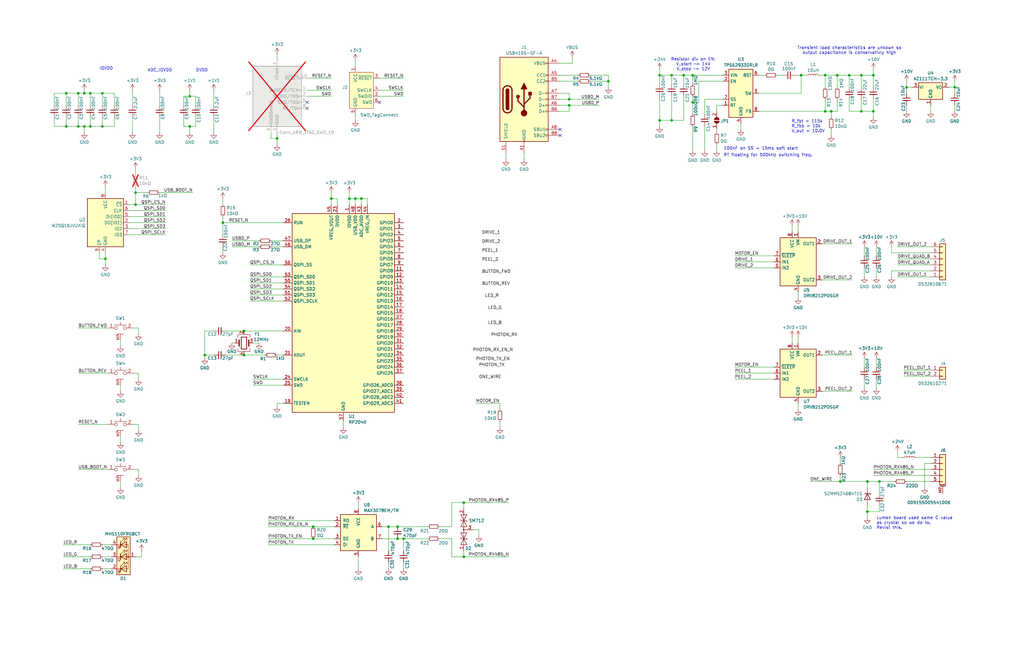
<source format=kicad_sch>
(kicad_sch (version 20230819) (generator eeschema)
  (paper "B")
  (lib_symbols
    (symbol "Connector:Conn_ARM_JTAG_SWD_10" (pin_names (offset 1.016))
      (property "Reference" "J" (at -2.54 16.51 0))
      (property "Value" "Conn_ARM_JTAG_SWD_10" (at -2.54 13.97 0))
      (symbol "Conn_ARM_JTAG_SWD_10_1_1"
        (pin power_in line (at 0 15.24 270) (length 2.54) (name "VTref") (number "1"))
        (pin open_collector line (at 12.7 7.62 180) (length 2.54) (name "~{RESET}") (number "10"))
        (pin bidirectional line (at 12.7 0 180) (length 2.54) (name "SWDIO/TMS") (number "2"))
        (pin power_in line (at 0 -15.24 90) (length 2.54) (name "GND") (number "3"))
        (pin output line (at 12.7 2.54 180) (length 2.54) (name "SWDCLK/TCK") (number "4"))
        (pin passive line (at 0 -15.24 90) (length 2.54) hide (name "GND") (number "5"))
        (pin input line (at 12.7 -2.54 180) (length 2.54) (name "SWO/TDO") (number "6"))
        (pin no_connect line (at -10.16 0 0) (length 2.54) hide (name "KEY") (number "7"))
        (pin output line (at 12.7 -5.08 180) (length 2.54) (name "NC/TDI") (number "8"))
        (pin passive line (at -2.54 -15.24 90) (length 2.54) (name "GNDDetect") (number "9"))
      )
    )
    (symbol "Connector:Conn_ARM_SWD_TagConnect_TC2030-NL" (in_bom no)
      (property "Reference" "J" (at 2.54 11.43 0))
      (property "Value" "Conn_ARM_SWD_TagConnect_TC2030-NL" (at 2.54 8.89 0))
      (symbol "Conn_ARM_SWD_TagConnect_TC2030-NL_0_0"
        (pin power_in line (at -2.54 10.16 270) (length 2.54) (name "VCC") (number "1"))
        (pin bidirectional line (at 7.62 -2.54 180) (length 2.54) (name "SWDIO") (number "2"))
        (pin open_collector line (at 7.62 5.08 180) (length 2.54) (name "~{RESET}") (number "3"))
        (pin output line (at 7.62 0 180) (length 2.54) (name "SWCLK") (number "4"))
        (pin power_in line (at -2.54 -10.16 90) (length 2.54) (name "GND") (number "5"))
        (pin input line (at 7.62 -5.08 180) (length 2.54) (name "SWO") (number "6"))
      )
    )
    (symbol "Jumper:SolderJumper_2_Open" (pin_names (offset 0) hide)
      (property "Reference" "JP" (at 0 2.032 0))
      (property "Value" "SolderJumper_2_Open" (at 0 -2.54 0))
      (symbol "SolderJumper_2_Open_1_1"
        (pin passive line (at -3.81 0 0) (length 2.54) (name "A") (number "1"))
        (pin passive line (at 3.81 0 180) (length 2.54) (name "B") (number "2"))
      )
    )
    (symbol "inventree:12MHz 12pF ±10ppm SMD3225-4P" (pin_names (offset 1.016) hide)
      (property "Reference" "Y" (at 3.175 5.08 0))
      (property "Value" "12MHz" (at 3.175 3.175 0))
      (symbol "12MHz 12pF ±10ppm SMD3225-4P_1_1"
        (pin passive line (at -3.81 0 0) (length 1.27) (name "1") (number "1"))
        (pin passive line (at 0 5.08 270) (length 1.27) (name "2") (number "2"))
        (pin passive line (at 3.81 0 180) (length 1.27) (name "3") (number "3"))
        (pin passive line (at 0 -5.08 90) (length 1.27) (name "4") (number "4"))
      )
    )
    (symbol "inventree:50V 100nF X5R ±10% 0402" (pin_numbers hide) (pin_names (offset 0.254) hide)
      (property "Reference" "C" (at 0.254 1.778 0))
      (property "Value" "100nF" (at 0.254 -2.032 0))
      (symbol "50V 100nF X5R ±10% 0402_1_1"
        (pin passive line (at 0 2.54 270) (length 2.032) (name "~") (number "1"))
        (pin passive line (at 0 -2.54 90) (length 2.032) (name "~") (number "2"))
      )
    )
    (symbol "inventree:50V 27pF NP0 ±5% 0402" (pin_numbers hide) (pin_names (offset 0.254) hide)
      (property "Reference" "C" (at 0.254 1.778 0))
      (property "Value" "27pF" (at 0.254 -2.032 0))
      (symbol "50V 27pF NP0 ±5% 0402_1_1"
        (pin passive line (at 0 2.54 270) (length 2.032) (name "~") (number "1"))
        (pin passive line (at 0 -2.54 90) (length 2.032) (name "~") (number "2"))
      )
    )
    (symbol "inventree:62.5mW ±100ppm/℃ ±1% 100kΩ 0402" (pin_numbers hide) (pin_names (offset 0.254) hide)
      (property "Reference" "R" (at 0.762 0.508 0))
      (property "Value" "100kΩ" (at 0.762 -1.016 0))
      (symbol "62.5mW ±100ppm/℃ ±1% 100kΩ 0402_1_1"
        (pin passive line (at 0 2.54 270) (length 0.762) (name "~") (number "1"))
        (pin passive line (at 0 -2.54 90) (length 0.762) (name "~") (number "2"))
      )
    )
    (symbol "inventree:62.5mW ±100ppm/℃ ±1% 1kΩ 0402" (pin_numbers hide) (pin_names (offset 0.254) hide)
      (property "Reference" "R" (at 0.762 0.508 0))
      (property "Value" "1kΩ" (at 0.762 -1.016 0))
      (symbol "62.5mW ±100ppm/℃ ±1% 1kΩ 0402_1_1"
        (pin passive line (at 0 2.54 270) (length 0.762) (name "~") (number "1"))
        (pin passive line (at 0 -2.54 90) (length 0.762) (name "~") (number "2"))
      )
    )
    (symbol "inventree:62.5mW ±100ppm/℃ ±1% 27Ω 0402" (pin_numbers hide) (pin_names (offset 0.254) hide)
      (property "Reference" "R" (at 0.762 0.508 0))
      (property "Value" "27Ω" (at 0.762 -1.016 0))
      (symbol "62.5mW ±100ppm/℃ ±1% 27Ω 0402_1_1"
        (pin passive line (at 0 2.54 270) (length 0.762) (name "~") (number "1"))
        (pin passive line (at 0 -2.54 90) (length 0.762) (name "~") (number "2"))
      )
    )
    (symbol "inventree:62.5mW ±100ppm/℃ ±1% 5.1kΩ 0402" (pin_numbers hide) (pin_names (offset 0.254) hide)
      (property "Reference" "R" (at 0.762 0.508 0))
      (property "Value" "5.1kΩ" (at 0.762 -1.016 0))
      (symbol "62.5mW ±100ppm/℃ ±1% 5.1kΩ 0402_1_1"
        (pin passive line (at 0 2.54 270) (length 0.762) (name "~") (number "1"))
        (pin passive line (at 0 -2.54 90) (length 0.762) (name "~") (number "2"))
      )
    )
    (symbol "inventree:CAP CER 10UF 35V X5R 0603" (pin_numbers hide) (pin_names (offset 0.254) hide)
      (property "Reference" "C" (at 0.254 1.778 0))
      (property "Value" "10uF" (at 0.254 -2.032 0))
      (symbol "CAP CER 10UF 35V X5R 0603_1_1"
        (pin passive line (at 0 2.54 270) (length 2.032) (name "~") (number "1"))
        (pin passive line (at 0 -2.54 90) (length 2.032) (name "~") (number "2"))
      )
    )
    (symbol "inventree:CAP CER 2.2UF 50V X5R 0603" (pin_numbers hide) (pin_names (offset 0.254) hide)
      (property "Reference" "C" (at 0.254 1.778 0))
      (property "Value" "2.2uF" (at 0.254 -2.032 0))
      (symbol "CAP CER 2.2UF 50V X5R 0603_1_1"
        (pin passive line (at 0 2.54 270) (length 2.032) (name "~") (number "1"))
        (pin passive line (at 0 -2.54 90) (length 2.032) (name "~") (number "2"))
      )
    )
    (symbol "inventree:CAP CER 22UF 25V X5R 0805" (pin_numbers hide) (pin_names (offset 0.254) hide)
      (property "Reference" "C" (at 0.254 1.778 0))
      (property "Value" "22uF" (at 0.254 -2.032 0))
      (symbol "CAP CER 22UF 25V X5R 0805_1_1"
        (pin passive line (at 0 2.54 270) (length 2.032) (name "~") (number "1"))
        (pin passive line (at 0 -2.54 90) (length 2.032) (name "~") (number "2"))
      )
    )
    (symbol "inventree:CAP CER 470PF 50V X7R 0402" (pin_numbers hide) (pin_names (offset 0.254) hide)
      (property "Reference" "C" (at 0.254 1.778 0))
      (property "Value" "470pF" (at 0.254 -2.032 0))
      (symbol "CAP CER 470PF 50V X7R 0402_1_1"
        (pin passive line (at 0 2.54 270) (length 2.032) (name "~") (number "1"))
        (pin passive line (at 0 -2.54 90) (length 2.032) (name "~") (number "2"))
      )
    )
    (symbol "inventree:CONN RCP USB2.0 TYP C 24P SMD RA" (pin_names (offset 1.016))
      (property "Reference" "J" (at -10.16 19.05 0))
      (property "Value" "USB4105-GF-A" (at 19.05 19.05 0))
      (symbol "CONN RCP USB2.0 TYP C 24P SMD RA_1_1"
        (pin passive line (at 0 -22.86 90) (length 5.08) (name "GND") (number "A1"))
        (pin passive line (at 0 -22.86 90) (length 5.08) hide (name "GND") (number "A12"))
        (pin passive line (at 15.24 15.24 180) (length 5.08) (name "VBUS") (number "A4"))
        (pin bidirectional line (at 15.24 10.16 180) (length 5.08) (name "CC1") (number "A5"))
        (pin bidirectional line (at 15.24 -2.54 180) (length 5.08) (name "D+") (number "A6"))
        (pin bidirectional line (at 15.24 2.54 180) (length 5.08) (name "D-") (number "A7"))
        (pin bidirectional line (at 15.24 -12.7 180) (length 5.08) (name "SBU1") (number "A8"))
        (pin passive line (at 15.24 15.24 180) (length 5.08) hide (name "VBUS") (number "A9"))
        (pin passive line (at 0 -22.86 90) (length 5.08) hide (name "GND") (number "B1"))
        (pin passive line (at 0 -22.86 90) (length 5.08) hide (name "GND") (number "B12"))
        (pin passive line (at 15.24 15.24 180) (length 5.08) hide (name "VBUS") (number "B4"))
        (pin bidirectional line (at 15.24 7.62 180) (length 5.08) (name "CC2") (number "B5"))
        (pin bidirectional line (at 15.24 -5.08 180) (length 5.08) (name "D+") (number "B6"))
        (pin bidirectional line (at 15.24 0 180) (length 5.08) (name "D-") (number "B7"))
        (pin bidirectional line (at 15.24 -15.24 180) (length 5.08) (name "SBU2") (number "B8"))
        (pin passive line (at 15.24 15.24 180) (length 5.08) hide (name "VBUS") (number "B9"))
        (pin passive line (at -7.62 -22.86 90) (length 5.08) (name "SHIELD") (number "S1"))
      )
    )
    (symbol "inventree:CONN SPRING BATTERY 5POS R/A SMD" (pin_names (offset 1.016) hide)
      (property "Reference" "J" (at 0 7.62 0))
      (property "Value" "009155005541006" (at 1.27 -7.62 0))
      (symbol "CONN SPRING BATTERY 5POS R/A SMD_1_1"
        (text "Mounting" (at 0 -6.731 0) (effects (font (size 0.381 0.381))))
        (pin passive line (at -5.08 5.08 0) (length 3.81) (name "Pin_1") (number "1"))
        (pin passive line (at -5.08 2.54 0) (length 3.81) (name "Pin_2") (number "2"))
        (pin passive line (at -5.08 0 0) (length 3.81) (name "Pin_3") (number "3"))
        (pin passive line (at -5.08 -2.54 0) (length 3.81) (name "Pin_4") (number "4"))
        (pin passive line (at -5.08 -5.08 0) (length 3.81) (name "Pin_5") (number "5"))
        (pin passive line (at 0 -10.16 90) (length 3.048) (name "MountPin") (number "MP"))
      )
    )
    (symbol "inventree:DIODE ZENER 3.3V 500MW SOD123" (pin_numbers hide) (pin_names (offset 1.016) hide)
      (property "Reference" "D" (at 0 2.54 0))
      (property "Value" "SZMMSZ4684T1G" (at 0 -2.54 0))
      (symbol "DIODE ZENER 3.3V 500MW SOD123_1_1"
        (pin passive line (at -3.81 0 0) (length 2.54) (name "K") (number "1"))
        (pin passive line (at 3.81 0 180) (length 2.54) (name "A") (number "2"))
      )
    )
    (symbol "inventree:DRV8212"
      (property "Reference" "U" (at 6.35 11.43 0))
      (property "Value" "DRV8212PDSGR" (at -10.16 11.43 0))
      (symbol "DRV8212_1_1"
        (pin power_in line (at 0 12.7 270) (length 2.54) (name "VM") (number "1"))
        (pin output line (at 10.16 7.62 180) (length 2.54) (name "OUT1") (number "2"))
        (pin output line (at 10.16 -7.62 180) (length 2.54) (name "OUT2") (number "3"))
        (pin power_in line (at 0 -12.7 90) (length 2.54) (name "GND") (number "4"))
        (pin input line (at -10.16 -2.54 0) (length 2.54) (name "IN2") (number "5"))
        (pin input line (at -10.16 0 0) (length 2.54) (name "IN1") (number "6"))
        (pin input line (at -10.16 2.54 0) (length 2.54) (name "~{SLEEP}") (number "7"))
        (pin power_in line (at -2.54 12.7 270) (length 2.54) (name "VCC") (number "8"))
        (pin passive line (at 0 -12.7 90) (length 2.54) hide (name "GND") (number "9"))
      )
    )
    (symbol "inventree:FIXED IND 10UH 6.7A 19.5MOHM SMD" (pin_numbers hide) (pin_names (offset 0.254) hide)
      (property "Reference" "L" (at 0.762 1.016 0))
      (property "Value" "10uH" (at 0.762 -1.016 0))
      (symbol "FIXED IND 10UH 6.7A 19.5MOHM SMD_1_1"
        (pin passive line (at 0 2.54 270) (length 0.508) (name "~") (number "1"))
        (pin passive line (at 0 -2.54 90) (length 0.508) (name "~") (number "2"))
      )
    )
    (symbol "inventree:FIXED IND 47UH 770MA 680MOHM SMD" (pin_numbers hide) (pin_names (offset 0.254) hide)
      (property "Reference" "L" (at 0.762 1.016 0))
      (property "Value" "47uH" (at 0.762 -1.016 0))
      (symbol "FIXED IND 47UH 770MA 680MOHM SMD_1_1"
        (pin passive line (at 0 2.54 270) (length 0.508) (name "~") (number "1"))
        (pin passive line (at 0 -2.54 90) (length 0.508) (name "~") (number "2"))
      )
    )
    (symbol "inventree:IC FLASH 16MBIT SPI/QUAD 8USON"
      (property "Reference" "U" (at -6.35 11.43 0))
      (property "Value" "W25Q16JVUXIQ" (at 7.62 11.43 0))
      (symbol "IC FLASH 16MBIT SPI/QUAD 8USON_1_1"
        (pin input line (at -10.16 7.62 0) (length 2.54) (name "~{CS}") (number "1"))
        (pin bidirectional line (at -10.16 0 0) (length 2.54) (name "DO(IO1)") (number "2"))
        (pin bidirectional line (at -10.16 -2.54 0) (length 2.54) (name "IO2") (number "3"))
        (pin power_in line (at 0 -12.7 90) (length 2.54) (name "GND") (number "4"))
        (pin bidirectional line (at -10.16 2.54 0) (length 2.54) (name "DI(IO0)") (number "5"))
        (pin input line (at -10.16 5.08 0) (length 2.54) (name "CLK") (number "6"))
        (pin bidirectional line (at -10.16 -5.08 0) (length 2.54) (name "IO3") (number "7"))
        (pin power_in line (at 0 12.7 270) (length 2.54) (name "VCC") (number "8"))
        (pin passive line (at 2.54 -12.7 90) (length 2.54) (name "EP") (number "9"))
      )
    )
    (symbol "inventree:IC MCU 32BIT EXT MEM 56QFN"
      (property "Reference" "U" (at 17.78 45.72 0))
      (property "Value" "RP2040" (at 17.78 43.18 0))
      (symbol "IC MCU 32BIT EXT MEM 56QFN_1_1"
        (pin power_in line (at 2.54 45.72 270) (length 3.81) (name "IOVDD") (number "1"))
        (pin passive line (at 2.54 45.72 270) (length 3.81) hide (name "IOVDD") (number "10"))
        (pin bidirectional line (at 25.4 17.78 180) (length 3.81) (name "GPIO8") (number "11"))
        (pin bidirectional line (at 25.4 15.24 180) (length 3.81) (name "GPIO9") (number "12"))
        (pin bidirectional line (at 25.4 12.7 180) (length 3.81) (name "GPIO10") (number "13"))
        (pin bidirectional line (at 25.4 10.16 180) (length 3.81) (name "GPIO11") (number "14"))
        (pin bidirectional line (at 25.4 7.62 180) (length 3.81) (name "GPIO12") (number "15"))
        (pin bidirectional line (at 25.4 5.08 180) (length 3.81) (name "GPIO13") (number "16"))
        (pin bidirectional line (at 25.4 2.54 180) (length 3.81) (name "GPIO14") (number "17"))
        (pin bidirectional line (at 25.4 0 180) (length 3.81) (name "GPIO15") (number "18"))
        (pin input line (at -25.4 -38.1 0) (length 3.81) (name "TESTEN") (number "19"))
        (pin bidirectional line (at 25.4 38.1 180) (length 3.81) (name "GPIO0") (number "2"))
        (pin input line (at -25.4 -7.62 0) (length 3.81) (name "XIN") (number "20"))
        (pin passive line (at -25.4 -17.78 0) (length 3.81) (name "XOUT") (number "21"))
        (pin passive line (at 2.54 45.72 270) (length 3.81) hide (name "IOVDD") (number "22"))
        (pin power_in line (at -2.54 45.72 270) (length 3.81) (name "DVDD") (number "23"))
        (pin input line (at -25.4 -27.94 0) (length 3.81) (name "SWCLK") (number "24"))
        (pin bidirectional line (at -25.4 -30.48 0) (length 3.81) (name "SWD") (number "25"))
        (pin input line (at -25.4 38.1 0) (length 3.81) (name "RUN") (number "26"))
        (pin bidirectional line (at 25.4 -2.54 180) (length 3.81) (name "GPIO16") (number "27"))
        (pin bidirectional line (at 25.4 -5.08 180) (length 3.81) (name "GPIO17") (number "28"))
        (pin bidirectional line (at 25.4 -7.62 180) (length 3.81) (name "GPIO18") (number "29"))
        (pin bidirectional line (at 25.4 35.56 180) (length 3.81) (name "GPIO1") (number "3"))
        (pin bidirectional line (at 25.4 -10.16 180) (length 3.81) (name "GPIO19") (number "30"))
        (pin bidirectional line (at 25.4 -12.7 180) (length 3.81) (name "GPIO20") (number "31"))
        (pin bidirectional line (at 25.4 -15.24 180) (length 3.81) (name "GPIO21") (number "32"))
        (pin passive line (at 2.54 45.72 270) (length 3.81) hide (name "IOVDD") (number "33"))
        (pin bidirectional line (at 25.4 -17.78 180) (length 3.81) (name "GPIO22") (number "34"))
        (pin bidirectional line (at 25.4 -20.32 180) (length 3.81) (name "GPIO23") (number "35"))
        (pin bidirectional line (at 25.4 -22.86 180) (length 3.81) (name "GPIO24") (number "36"))
        (pin bidirectional line (at 25.4 -25.4 180) (length 3.81) (name "GPIO25") (number "37"))
        (pin bidirectional line (at 25.4 -30.48 180) (length 3.81) (name "GPIO26_ADC0") (number "38"))
        (pin bidirectional line (at 25.4 -33.02 180) (length 3.81) (name "GPIO27_ADC1") (number "39"))
        (pin bidirectional line (at 25.4 33.02 180) (length 3.81) (name "GPIO2") (number "4"))
        (pin bidirectional line (at 25.4 -35.56 180) (length 3.81) (name "GPIO28_ADC2") (number "40"))
        (pin bidirectional line (at 25.4 -38.1 180) (length 3.81) (name "GPIO29_ADC3") (number "41"))
        (pin passive line (at 2.54 45.72 270) (length 3.81) hide (name "IOVDD") (number "42"))
        (pin power_in line (at 7.62 45.72 270) (length 3.81) (name "ADC_AVDD") (number "43"))
        (pin power_in line (at 10.16 45.72 270) (length 3.81) (name "VREG_IN") (number "44"))
        (pin power_out line (at -5.08 45.72 270) (length 3.81) (name "VREG_VOUT") (number "45"))
        (pin bidirectional line (at -25.4 27.94 0) (length 3.81) (name "USB_DM") (number "46"))
        (pin bidirectional line (at -25.4 30.48 0) (length 3.81) (name "USB_DP") (number "47"))
        (pin power_in line (at 5.08 45.72 270) (length 3.81) (name "USB_VDD") (number "48"))
        (pin passive line (at 2.54 45.72 270) (length 3.81) hide (name "IOVDD") (number "49"))
        (pin bidirectional line (at 25.4 30.48 180) (length 3.81) (name "GPIO3") (number "5"))
        (pin passive line (at -2.54 45.72 270) (length 3.81) hide (name "DVDD") (number "50"))
        (pin bidirectional line (at -25.4 7.62 0) (length 3.81) (name "QSPI_SD3") (number "51"))
        (pin output line (at -25.4 5.08 0) (length 3.81) (name "QSPI_SCLK") (number "52"))
        (pin bidirectional line (at -25.4 15.24 0) (length 3.81) (name "QSPI_SD0") (number "53"))
        (pin bidirectional line (at -25.4 10.16 0) (length 3.81) (name "QSPI_SD2") (number "54"))
        (pin bidirectional line (at -25.4 12.7 0) (length 3.81) (name "QSPI_SD1") (number "55"))
        (pin bidirectional line (at -25.4 20.32 0) (length 3.81) (name "QSPI_SS") (number "56"))
        (pin power_in line (at 0 -45.72 90) (length 3.81) (name "GND") (number "57"))
        (pin bidirectional line (at 25.4 27.94 180) (length 3.81) (name "GPIO4") (number "6"))
        (pin bidirectional line (at 25.4 25.4 180) (length 3.81) (name "GPIO5") (number "7"))
        (pin bidirectional line (at 25.4 22.86 180) (length 3.81) (name "GPIO6") (number "8"))
        (pin bidirectional line (at 25.4 20.32 180) (length 3.81) (name "GPIO7") (number "9"))
      )
    )
    (symbol "inventree:IC REG LINEAR 3.3V 1A SOT223" (pin_names (offset 0.254))
      (property "Reference" "U" (at -3.81 3.175 0))
      (property "Value" "AZ1117CH-3.3" (at 0 3.175 0))
      (symbol "IC REG LINEAR 3.3V 1A SOT223_1_1"
        (pin power_in line (at 0 -7.62 90) (length 2.54) (name "GND") (number "1"))
        (pin power_out line (at 7.62 0 180) (length 2.54) (name "VO") (number "2"))
        (pin power_in line (at -7.62 0 0) (length 2.54) (name "VI") (number "3"))
      )
    )
    (symbol "inventree:MAX3078" (pin_names (offset 1.016))
      (property "Reference" "U" (at -7.62 8.89 0))
      (property "Value" "MAX3078EM/TR" (at 2.54 8.89 0))
      (symbol "MAX3078_1_1"
        (pin output line (at -10.16 5.08 0) (length 2.54) (name "RO") (number "1"))
        (pin input line (at -10.16 2.54 0) (length 2.54) (name "~{RE}") (number "2"))
        (pin input line (at -10.16 -2.54 0) (length 2.54) (name "DE") (number "3"))
        (pin input line (at -10.16 -5.08 0) (length 2.54) (name "DI") (number "4"))
        (pin power_in line (at 0 -10.16 90) (length 2.54) (name "GND") (number "5"))
        (pin bidirectional line (at 10.16 2.54 180) (length 2.54) (name "A") (number "6"))
        (pin bidirectional line (at 10.16 -2.54 180) (length 2.54) (name "B") (number "7"))
        (pin power_in line (at 0 10.16 270) (length 2.54) (name "VCC") (number "8"))
      )
    )
    (symbol "inventree:PICO BLADE SMD R/A 2POS 1.25MM" (pin_names (offset 1.016) hide)
      (property "Reference" "J" (at 0 2.54 0))
      (property "Value" "0532610271" (at 0 -5.08 0))
      (symbol "PICO BLADE SMD R/A 2POS 1.25MM_1_1"
        (pin passive line (at -5.08 0 0) (length 3.81) (name "Pin_1") (number "1"))
        (pin passive line (at -5.08 -2.54 0) (length 3.81) (name "Pin_2") (number "2"))
      )
    )
    (symbol "inventree:PICO BLADE SMD R/A 6POS 1.25MM" (pin_names (offset 1.016) hide)
      (property "Reference" "J" (at 0 7.62 0))
      (property "Value" "0532610671" (at 0 -10.16 0))
      (symbol "PICO BLADE SMD R/A 6POS 1.25MM_1_1"
        (pin passive line (at -5.08 5.08 0) (length 3.81) (name "Pin_1") (number "1"))
        (pin passive line (at -5.08 2.54 0) (length 3.81) (name "Pin_2") (number "2"))
        (pin passive line (at -5.08 0 0) (length 3.81) (name "Pin_3") (number "3"))
        (pin passive line (at -5.08 -2.54 0) (length 3.81) (name "Pin_4") (number "4"))
        (pin passive line (at -5.08 -5.08 0) (length 3.81) (name "Pin_5") (number "5"))
        (pin passive line (at -5.08 -7.62 0) (length 3.81) (name "Pin_6") (number "6"))
      )
    )
    (symbol "inventree:RES 0 OHM JUMPER 1/16W 0402" (pin_numbers hide) (pin_names (offset 0.254) hide)
      (property "Reference" "R" (at 0.762 0.508 0))
      (property "Value" "0Ω" (at 0.762 -1.016 0))
      (symbol "RES 0 OHM JUMPER 1/16W 0402_1_1"
        (pin passive line (at 0 2.54 270) (length 0.762) (name "~") (number "1"))
        (pin passive line (at 0 -2.54 90) (length 0.762) (name "~") (number "2"))
      )
    )
    (symbol "inventree:RES 10K OHM 1% 1/16W 0402" (pin_numbers hide) (pin_names (offset 0.254) hide)
      (property "Reference" "R" (at 0.762 0.508 0))
      (property "Value" "10kΩ" (at 0.762 -1.016 0))
      (symbol "RES 10K OHM 1% 1/16W 0402_1_1"
        (pin passive line (at 0 2.54 270) (length 0.762) (name "~") (number "1"))
        (pin passive line (at 0 -2.54 90) (length 0.762) (name "~") (number "2"))
      )
    )
    (symbol "inventree:RES 130K OHM 1% 1/16W 0402" (pin_numbers hide) (pin_names (offset 0.254) hide)
      (property "Reference" "R" (at 0.762 0.508 0))
      (property "Value" "130kΩ" (at 0.762 -1.016 0))
      (symbol "RES 130K OHM 1% 1/16W 0402_1_1"
        (pin passive line (at 0 2.54 270) (length 0.762) (name "~") (number "1"))
        (pin passive line (at 0 -2.54 90) (length 0.762) (name "~") (number "2"))
      )
    )
    (symbol "inventree:RES 1M OHM 1% 1/16W 0402" (pin_numbers hide) (pin_names (offset 0.254) hide)
      (property "Reference" "R" (at 0.762 0.508 0))
      (property "Value" "1MΩ" (at 0.762 -1.016 0))
      (symbol "RES 1M OHM 1% 1/16W 0402_1_1"
        (pin passive line (at 0 2.54 270) (length 0.762) (name "~") (number "1"))
        (pin passive line (at 0 -2.54 90) (length 0.762) (name "~") (number "2"))
      )
    )
    (symbol "inventree:RES 20 OHM 1% 1/16W 0402" (pin_numbers hide) (pin_names (offset 0.254) hide)
      (property "Reference" "R" (at 0.762 0.508 0))
      (property "Value" "20Ω" (at 0.762 -1.016 0))
      (symbol "RES 20 OHM 1% 1/16W 0402_1_1"
        (pin passive line (at 0 2.54 270) (length 0.762) (name "~") (number "1"))
        (pin passive line (at 0 -2.54 90) (length 0.762) (name "~") (number "2"))
      )
    )
    (symbol "inventree:RES 220 OHM 1% 1/16W 0402" (pin_numbers hide) (pin_names (offset 0.254) hide)
      (property "Reference" "R" (at 0.762 0.508 0))
      (property "Value" "220Ω" (at 0.762 -1.016 0))
      (symbol "RES 220 OHM 1% 1/16W 0402_1_1"
        (pin passive line (at 0 2.54 270) (length 0.762) (name "~") (number "1"))
        (pin passive line (at 0 -2.54 90) (length 0.762) (name "~") (number "2"))
      )
    )
    (symbol "inventree:RES 470 OHM 1% 1/16W 0402" (pin_numbers hide) (pin_names (offset 0.254) hide)
      (property "Reference" "R" (at 0.762 0.508 0))
      (property "Value" "470Ω" (at 0.762 -1.016 0))
      (symbol "RES 470 OHM 1% 1/16W 0402_1_1"
        (pin passive line (at 0 2.54 270) (length 0.762) (name "~") (number "1"))
        (pin passive line (at 0 -2.54 90) (length 0.762) (name "~") (number "2"))
      )
    )
    (symbol "inventree:RGB LED right angle 60mW SMD,1.5x3.2mm" (pin_names (offset 0) hide)
      (property "Reference" "D" (at 0 9.398 0))
      (property "Value" "MHS110FRGBCT" (at 0 -8.89 0))
      (symbol "RGB LED right angle 60mW SMD,1.5x3.2mm_0_0"
        (text "B" (at -1.905 -6.35 0) (effects (font (size 1.27 1.27))))
        (text "G" (at -1.905 -1.27 0) (effects (font (size 1.27 1.27))))
        (text "R" (at -1.905 3.81 0) (effects (font (size 1.27 1.27))))
      )
      (symbol "RGB LED right angle 60mW SMD,1.5x3.2mm_1_1"
        (pin passive line (at 5.08 0 180) (length 2.54) (name "A") (number "1"))
        (pin passive line (at -5.08 -5.08 0) (length 2.54) (name "BK") (number "2"))
        (pin passive line (at -5.08 0 0) (length 2.54) (name "GK") (number "3"))
        (pin passive line (at -5.08 5.08 0) (length 2.54) (name "RK") (number "4"))
      )
    )
    (symbol "inventree:RIGHT ANGLE NO TACT SWITCH SMD,1.8x4.6mm" (pin_names hide)
      (property "Reference" "SW" (at 0 0 0))
      (property "Value" "1TS003B-2600-3500A-CT" (at 0 0 0))
      (symbol "RIGHT ANGLE NO TACT SWITCH SMD,1.8x4.6mm_1_0"
        (pin passive line (at -5.08 0 0) (length 2.54) (name "1") (number "1"))
        (pin bidirectional line (at 5.08 0 180) (length 2.54) (name "2") (number "2"))
        (pin bidirectional line (at 0 -5.08 90) (length 2.54) (name "MP") (number "MP"))
      )
    )
    (symbol "inventree:TPS62933DRLR"
      (property "Reference" "U" (at 0 13.97 0))
      (property "Value" "TPS62933DRLR" (at 0 11.43 0))
      (symbol "TPS62933DRLR_1_1"
        (pin passive line (at -7.62 -5.08 0) (length 2.54) (name "RT") (number "1"))
        (pin input line (at -7.62 5.08 0) (length 2.54) (name "EN") (number "2"))
        (pin power_in line (at -7.62 7.62 0) (length 2.54) (name "VIN") (number "3"))
        (pin power_in line (at 0 -12.7 90) (length 2.54) (name "GND") (number "4"))
        (pin output line (at 7.62 0 180) (length 2.54) (name "SW") (number "5"))
        (pin passive line (at 7.62 7.62 180) (length 2.54) (name "BST") (number "6"))
        (pin passive line (at -7.62 -2.54 0) (length 2.54) (name "SS") (number "7"))
        (pin input line (at 7.62 -7.62 180) (length 2.54) (name "FB") (number "8"))
      )
    )
    (symbol "inventree:TVS DIODE 12VWM 21VC SOT23" (pin_names (offset 1.016) hide)
      (property "Reference" "D" (at 0 4.445 0))
      (property "Value" "SM712" (at 0 2.54 0))
      (symbol "TVS DIODE 12VWM 21VC SOT23_1_1"
        (pin passive line (at -8.89 0 0) (length 2.54) (name "A1") (number "1"))
        (pin passive line (at 8.89 0 180) (length 2.54) (name "A2") (number "2"))
        (pin input line (at 0 -3.81 90) (length 2.54) (name "common") (number "3"))
      )
    )
    (symbol "power:+10V" (power) (pin_names (offset 0))
      (property "Value" "+10V" (at 0 3.556 0))
      (symbol "+10V_1_1"
        (pin power_in line (at 0 0 90) (length 0) hide (name "+10V") (number "1"))
      )
    )
    (symbol "power:+1V1" (power) (pin_names (offset 0))
      (property "Value" "+1V1" (at 0 3.556 0))
      (symbol "+1V1_1_1"
        (pin power_in line (at 0 0 90) (length 0) hide (name "+1V1") (number "1"))
      )
    )
    (symbol "power:+24V" (power) (pin_names (offset 0))
      (property "Value" "+24V" (at 0 3.556 0))
      (symbol "+24V_1_1"
        (pin power_in line (at 0 0 90) (length 0) hide (name "+24V") (number "1"))
      )
    )
    (symbol "power:+3V3" (power) (pin_names (offset 0))
      (property "Value" "+3V3" (at 0 3.556 0))
      (symbol "+3V3_1_1"
        (pin power_in line (at 0 0 90) (length 0) hide (name "+3V3") (number "1"))
      )
    )
    (symbol "power:GND" (power) (pin_names (offset 0))
      (property "Value" "GND" (at 0 -3.81 0))
      (symbol "GND_1_1"
        (pin power_in line (at 0 0 270) (length 0) hide (name "GND") (number "1"))
      )
    )
    (symbol "power:VBUS" (power) (pin_names (offset 0))
      (property "Value" "VBUS" (at 0 3.81 0))
      (symbol "VBUS_1_1"
        (pin power_in line (at 0 0 90) (length 0) hide (name "VBUS") (number "1"))
      )
    )
  )
  (junction (at 33.02 53.34))
  (junction (at 363.22 31.75))
  (junction (at 27.94 53.34))
  (junction (at 288.29 31.75))
  (junction (at 370.84 203.2))
  (junction (at 278.13 31.75))
  (junction (at 368.3 31.75))
  (junction (at 353.06 31.75))
  (junction (at 102.87 149.86))
  (junction (at 43.18 39.37))
  (junction (at 86.36 149.86))
  (junction (at 152.4 83.82))
  (junction (at 350.52 46.99))
  (junction (at 57.15 86.36))
  (junction (at 292.1 43.18))
  (junction (at 44.45 109.22))
  (junction (at 167.64 222.25))
  (junction (at 195.58 234.95))
  (junction (at 38.1 39.37))
  (junction (at 33.02 39.37))
  (junction (at 80.01 40.64))
  (junction (at 365.76 215.9))
  (junction (at 358.14 31.75))
  (junction (at 35.56 39.37))
  (junction (at 278.13 50.8))
  (junction (at 195.58 212.09))
  (junction (at 167.64 227.33))
  (junction (at 368.3 46.99))
  (junction (at 27.94 39.37))
  (junction (at 256.54 34.29))
  (junction (at 283.21 31.75))
  (junction (at 80.01 53.34))
  (junction (at 240.03 44.45))
  (junction (at 163.83 222.25))
  (junction (at 283.21 50.8))
  (junction (at 139.7 83.82))
  (junction (at 292.1 31.75))
  (junction (at 365.76 203.2))
  (junction (at 132.08 227.33))
  (junction (at 93.98 93.98))
  (junction (at 363.22 46.99))
  (junction (at 347.98 46.99))
  (junction (at 57.15 81.28))
  (junction (at 354.33 203.2))
  (junction (at 402.59 36.83))
  (junction (at 38.1 53.34))
  (junction (at 116.84 58.42))
  (junction (at 43.18 53.34))
  (junction (at 132.08 222.25))
  (junction (at 347.98 31.75))
  (junction (at 382.27 36.83))
  (junction (at 240.03 41.91))
  (junction (at 337.82 31.75))
  (junction (at 147.32 83.82))
  (junction (at 149.86 83.82))
  (junction (at 35.56 53.34))
  (junction (at 102.87 139.7))
  (junction (at 170.18 227.33))
  (no_connect (at 236.22 57.15))
  (no_connect (at 236.22 54.61))
  (no_connect (at 129.54 43.18))
  (no_connect (at 129.54 45.72))
  (no_connect (at 160.02 43.18))
  (wire (pts (xy 167.64 222.25) (xy 180.34 222.25)))
  (wire (pts (xy 33.02 49.53) (xy 33.02 53.34)))
  (wire (pts (xy 378.46 111.76) (xy 392.43 111.76)))
  (wire (pts (xy 43.18 53.34) (xy 48.26 53.34)))
  (wire (pts (xy 402.59 36.83) (xy 402.59 39.37)))
  (wire (pts (xy 58.42 179.07) (xy 58.42 181.61)))
  (wire (pts (xy 256.54 34.29) (xy 256.54 36.83)))
  (wire (pts (xy 57.15 81.28) (xy 57.15 86.36)))
  (wire (pts (xy 292.1 40.64) (xy 292.1 43.18)))
  (wire (pts (xy 304.8 44.45) (xy 302.26 44.45)))
  (wire (pts (xy 170.18 227.33) (xy 170.18 232.41)))
  (wire (pts (xy 320.04 39.37) (xy 337.82 39.37)))
  (wire (pts (xy 45.72 157.48) (xy 33.02 157.48)))
  (wire (pts (xy 292.1 43.18) (xy 292.1 48.26)))
  (wire (pts (xy 320.04 46.99) (xy 347.98 46.99)))
  (wire (pts (xy 27.94 49.53) (xy 27.94 53.34)))
  (wire (pts (xy 80.01 40.64) (xy 77.47 40.64)))
  (wire (pts (xy 151.13 212.09) (xy 151.13 214.63)))
  (wire (pts (xy 336.55 95.25) (xy 336.55 97.79)))
  (wire (pts (xy 93.98 93.98) (xy 93.98 99.06)))
  (wire (pts (xy 354.33 200.66) (xy 354.33 203.2)))
  (wire (pts (xy 369.57 104.14) (xy 369.57 107.95)))
  (wire (pts (xy 302.26 44.45) (xy 302.26 46.99)))
  (wire (pts (xy 382.27 36.83) (xy 382.27 39.37)))
  (wire (pts (xy 240.03 44.45) (xy 240.03 46.99)))
  (wire (pts (xy 48.26 39.37) (xy 48.26 44.45)))
  (wire (pts (xy 248.92 34.29) (xy 256.54 34.29)))
  (wire (pts (xy 370.84 203.2) (xy 377.19 203.2)))
  (wire (pts (xy 185.42 227.33) (xy 190.5 227.33)))
  (wire (pts (xy 113.03 229.87) (xy 140.97 229.87)))
  (wire (pts (xy 38.1 53.34) (xy 43.18 53.34)))
  (wire (pts (xy 368.3 31.75) (xy 363.22 31.75)))
  (wire (pts (xy 43.18 39.37) (xy 43.18 44.45)))
  (wire (pts (xy 292.1 53.34) (xy 292.1 63.5)))
  (wire (pts (xy 334.01 142.24) (xy 334.01 144.78)))
  (wire (pts (xy 283.21 31.75) (xy 283.21 35.56)))
  (wire (pts (xy 132.08 222.25) (xy 140.97 222.25)))
  (wire (pts (xy 160.02 33.02) (xy 170.18 33.02)))
  (wire (pts (xy 102.87 139.7) (xy 119.38 139.7)))
  (wire (pts (xy 337.82 39.37) (xy 337.82 31.75)))
  (wire (pts (xy 368.3 29.21) (xy 368.3 31.75)))
  (wire (pts (xy 240.03 44.45) (xy 252.73 44.45)))
  (wire (pts (xy 382.27 34.29) (xy 382.27 36.83)))
  (wire (pts (xy 370.84 203.2) (xy 370.84 208.28)))
  (wire (pts (xy 347.98 46.99) (xy 350.52 46.99)))
  (wire (pts (xy 27.94 39.37) (xy 33.02 39.37)))
  (wire (pts (xy 57.15 81.28) (xy 62.23 81.28)))
  (wire (pts (xy 97.79 104.14) (xy 109.22 104.14)))
  (wire (pts (xy 365.76 215.9) (xy 365.76 213.36)))
  (wire (pts (xy 382.27 203.2) (xy 392.43 203.2)))
  (wire (pts (xy 86.36 149.86) (xy 86.36 151.13)))
  (wire (pts (xy 50.8 203.2) (xy 50.8 205.74)))
  (wire (pts (xy 170.18 237.49) (xy 170.18 240.03)))
  (wire (pts (xy 58.42 198.12) (xy 58.42 200.66)))
  (wire (pts (xy 67.31 38.1) (xy 67.31 44.45)))
  (wire (pts (xy 369.57 160.02) (xy 369.57 163.83)))
  (wire (pts (xy 358.14 46.99) (xy 363.22 46.99)))
  (wire (pts (xy 46.99 229.87) (xy 43.18 229.87)))
  (wire (pts (xy 35.56 38.1) (xy 35.56 39.37)))
  (wire (pts (xy 381 156.21) (xy 392.43 156.21)))
  (wire (pts (xy 38.1 39.37) (xy 38.1 44.45)))
  (wire (pts (xy 283.21 40.64) (xy 283.21 50.8)))
  (wire (pts (xy 240.03 41.91) (xy 236.22 41.91)))
  (wire (pts (xy 358.14 41.91) (xy 358.14 46.99)))
  (wire (pts (xy 119.38 170.18) (xy 116.84 170.18)))
  (wire (pts (xy 368.3 41.91) (xy 368.3 46.99)))
  (wire (pts (xy 302.26 54.61) (xy 302.26 55.88)))
  (wire (pts (xy 86.36 139.7) (xy 86.36 149.86)))
  (wire (pts (xy 392.43 106.68) (xy 375.92 106.68)))
  (wire (pts (xy 41.91 106.68) (xy 41.91 109.22)))
  (wire (pts (xy 44.45 78.74) (xy 44.45 81.28)))
  (wire (pts (xy 55.88 38.1) (xy 55.88 44.45)))
  (wire (pts (xy 345.44 31.75) (xy 347.98 31.75)))
  (wire (pts (xy 55.88 198.12) (xy 58.42 198.12)))
  (wire (pts (xy 236.22 34.29) (xy 243.84 34.29)))
  (wire (pts (xy 33.02 39.37) (xy 35.56 39.37)))
  (wire (pts (xy 55.88 138.43) (xy 58.42 138.43)))
  (wire (pts (xy 283.21 50.8) (xy 288.29 50.8)))
  (wire (pts (xy 80.01 53.34) (xy 80.01 55.88)))
  (wire (pts (xy 236.22 39.37) (xy 240.03 39.37)))
  (wire (pts (xy 368.3 31.75) (xy 368.3 36.83)))
  (wire (pts (xy 378.46 104.14) (xy 392.43 104.14)))
  (wire (pts (xy 116.84 22.86) (xy 116.84 25.4)))
  (wire (pts (xy 278.13 40.64) (xy 278.13 50.8)))
  (wire (pts (xy 58.42 138.43) (xy 58.42 140.97)))
  (wire (pts (xy 337.82 31.75) (xy 340.36 31.75)))
  (wire (pts (xy 190.5 222.25) (xy 185.42 222.25)))
  (wire (pts (xy 402.59 36.83) (xy 400.05 36.83)))
  (wire (pts (xy 350.52 46.99) (xy 353.06 46.99)))
  (wire (pts (xy 195.58 234.95) (xy 190.5 234.95)))
  (wire (pts (xy 278.13 50.8) (xy 278.13 53.34)))
  (wire (pts (xy 370.84 215.9) (xy 365.76 215.9)))
  (wire (pts (xy 93.98 83.82) (xy 93.98 86.36)))
  (wire (pts (xy 288.29 31.75) (xy 292.1 31.75)))
  (wire (pts (xy 368.3 200.66) (xy 392.43 200.66)))
  (wire (pts (xy 105.41 121.92) (xy 119.38 121.92)))
  (wire (pts (xy 309.88 160.02) (xy 326.39 160.02)))
  (wire (pts (xy 337.82 31.75) (xy 335.28 31.75)))
  (wire (pts (xy 27.94 39.37) (xy 27.94 44.45)))
  (wire (pts (xy 278.13 29.21) (xy 278.13 31.75)))
  (wire (pts (xy 144.78 177.8) (xy 144.78 180.34)))
  (wire (pts (xy 320.04 31.75) (xy 322.58 31.75)))
  (wire (pts (xy 154.94 83.82) (xy 154.94 86.36)))
  (wire (pts (xy 312.42 52.07) (xy 312.42 54.61)))
  (wire (pts (xy 292.1 31.75) (xy 304.8 31.75)))
  (wire (pts (xy 147.32 81.28) (xy 147.32 83.82)))
  (wire (pts (xy 45.72 138.43) (xy 33.02 138.43)))
  (wire (pts (xy 44.45 106.68) (xy 44.45 109.22)))
  (wire (pts (xy 278.13 31.75) (xy 283.21 31.75)))
  (wire (pts (xy 392.43 44.45) (xy 392.43 46.99)))
  (wire (pts (xy 288.29 31.75) (xy 288.29 35.56)))
  (wire (pts (xy 102.87 149.86) (xy 111.76 149.86)))
  (wire (pts (xy 294.64 43.18) (xy 292.1 43.18)))
  (wire (pts (xy 44.45 109.22) (xy 44.45 111.76)))
  (wire (pts (xy 26.67 234.95) (xy 38.1 234.95)))
  (wire (pts (xy 43.18 49.53) (xy 43.18 53.34)))
  (wire (pts (xy 57.15 71.12) (xy 57.15 73.66)))
  (wire (pts (xy 365.76 215.9) (xy 365.76 218.44)))
  (wire (pts (xy 363.22 41.91) (xy 363.22 46.99)))
  (wire (pts (xy 309.88 157.48) (xy 326.39 157.48)))
  (wire (pts (xy 116.84 149.86) (xy 119.38 149.86)))
  (wire (pts (xy 341.63 203.2) (xy 354.33 203.2)))
  (wire (pts (xy 77.47 40.64) (xy 77.47 44.45)))
  (wire (pts (xy 240.03 41.91) (xy 252.73 41.91)))
  (wire (pts (xy 149.86 25.4) (xy 149.86 27.94)))
  (wire (pts (xy 97.79 144.78) (xy 99.06 144.78)))
  (wire (pts (xy 167.64 227.33) (xy 170.18 227.33)))
  (wire (pts (xy 384.81 36.83) (xy 382.27 36.83)))
  (wire (pts (xy 33.02 53.34) (xy 35.56 53.34)))
  (wire (pts (xy 132.08 227.33) (xy 140.97 227.33)))
  (wire (pts (xy 241.3 26.67) (xy 241.3 24.13)))
  (wire (pts (xy 160.02 38.1) (xy 170.18 38.1)))
  (wire (pts (xy 163.83 222.25) (xy 163.83 232.41)))
  (wire (pts (xy 129.54 38.1) (xy 139.7 38.1)))
  (wire (pts (xy 389.89 195.58) (xy 392.43 195.58)))
  (wire (pts (xy 43.18 39.37) (xy 48.26 39.37)))
  (wire (pts (xy 54.61 88.9) (xy 69.85 88.9)))
  (wire (pts (xy 147.32 83.82) (xy 149.86 83.82)))
  (wire (pts (xy 353.06 46.99) (xy 353.06 41.91)))
  (wire (pts (xy 386.08 193.04) (xy 392.43 193.04)))
  (wire (pts (xy 45.72 179.07) (xy 33.02 179.07)))
  (wire (pts (xy 210.82 177.8) (xy 210.82 180.34)))
  (wire (pts (xy 368.3 46.99) (xy 368.3 49.53)))
  (wire (pts (xy 90.17 38.1) (xy 90.17 44.45)))
  (wire (pts (xy 95.25 139.7) (xy 102.87 139.7)))
  (wire (pts (xy 139.7 81.28) (xy 139.7 83.82)))
  (wire (pts (xy 105.41 111.76) (xy 119.38 111.76)))
  (wire (pts (xy 55.88 179.07) (xy 58.42 179.07)))
  (wire (pts (xy 358.14 31.75) (xy 358.14 36.83)))
  (wire (pts (xy 97.79 101.6) (xy 109.22 101.6)))
  (wire (pts (xy 86.36 149.86) (xy 90.17 149.86)))
  (wire (pts (xy 210.82 172.72) (xy 210.82 170.18)))
  (wire (pts (xy 353.06 31.75) (xy 358.14 31.75)))
  (wire (pts (xy 256.54 31.75) (xy 256.54 34.29)))
  (wire (pts (xy 369.57 151.13) (xy 369.57 154.94)))
  (wire (pts (xy 354.33 193.04) (xy 354.33 195.58)))
  (wire (pts (xy 236.22 46.99) (xy 240.03 46.99)))
  (wire (pts (xy 38.1 39.37) (xy 43.18 39.37)))
  (wire (pts (xy 278.13 50.8) (xy 283.21 50.8)))
  (wire (pts (xy 353.06 31.75) (xy 353.06 36.83)))
  (wire (pts (xy 347.98 31.75) (xy 353.06 31.75)))
  (wire (pts (xy 382.27 44.45) (xy 382.27 46.99)))
  (wire (pts (xy 116.84 170.18) (xy 116.84 171.45)))
  (wire (pts (xy 26.67 240.03) (xy 38.1 240.03)))
  (wire (pts (xy 297.18 41.91) (xy 297.18 48.26)))
  (wire (pts (xy 113.03 222.25) (xy 132.08 222.25)))
  (wire (pts (xy 201.93 223.52) (xy 201.93 226.06)))
  (wire (pts (xy 347.98 31.75) (xy 347.98 36.83)))
  (wire (pts (xy 346.71 118.11) (xy 359.41 118.11)))
  (wire (pts (xy 389.89 195.58) (xy 389.89 205.74)))
  (wire (pts (xy 370.84 213.36) (xy 370.84 215.9)))
  (wire (pts (xy 294.64 43.18) (xy 294.64 34.29)))
  (wire (pts (xy 346.71 102.87) (xy 359.41 102.87)))
  (wire (pts (xy 22.86 49.53) (xy 22.86 53.34)))
  (wire (pts (xy 160.02 40.64) (xy 170.18 40.64)))
  (wire (pts (xy 149.86 83.82) (xy 152.4 83.82)))
  (wire (pts (xy 114.3 101.6) (xy 119.38 101.6)))
  (wire (pts (xy 368.3 198.12) (xy 392.43 198.12)))
  (wire (pts (xy 93.98 93.98) (xy 119.38 93.98)))
  (wire (pts (xy 43.18 240.03) (xy 46.99 240.03)))
  (wire (pts (xy 22.86 44.45) (xy 22.86 39.37)))
  (wire (pts (xy 139.7 83.82) (xy 142.24 83.82)))
  (wire (pts (xy 82.55 53.34) (xy 82.55 49.53)))
  (wire (pts (xy 106.68 160.02) (xy 119.38 160.02)))
  (wire (pts (xy 77.47 49.53) (xy 77.47 53.34)))
  (wire (pts (xy 161.29 222.25) (xy 163.83 222.25)))
  (wire (pts (xy 149.86 83.82) (xy 149.86 86.36)))
  (wire (pts (xy 67.31 81.28) (xy 81.28 81.28)))
  (wire (pts (xy 304.8 41.91) (xy 297.18 41.91)))
  (wire (pts (xy 392.43 116.84) (xy 378.46 116.84)))
  (wire (pts (xy 363.22 31.75) (xy 363.22 36.83)))
  (wire (pts (xy 80.01 53.34) (xy 82.55 53.34)))
  (wire (pts (xy 347.98 41.91) (xy 347.98 46.99)))
  (wire (pts (xy 195.58 234.95) (xy 214.63 234.95)))
  (wire (pts (xy 240.03 39.37) (xy 240.03 41.91)))
  (wire (pts (xy 365.76 203.2) (xy 370.84 203.2)))
  (wire (pts (xy 402.59 44.45) (xy 402.59 46.99)))
  (wire (pts (xy 392.43 114.3) (xy 375.92 114.3)))
  (wire (pts (xy 190.5 234.95) (xy 190.5 227.33)))
  (wire (pts (xy 116.84 58.42) (xy 116.84 55.88)))
  (wire (pts (xy 170.18 227.33) (xy 180.34 227.33)))
  (wire (pts (xy 199.39 223.52) (xy 201.93 223.52)))
  (wire (pts (xy 105.41 124.46) (xy 119.38 124.46)))
  (wire (pts (xy 57.15 86.36) (xy 69.85 86.36)))
  (wire (pts (xy 236.22 26.67) (xy 241.3 26.67)))
  (wire (pts (xy 55.88 49.53) (xy 55.88 55.88)))
  (wire (pts (xy 200.66 170.18) (xy 210.82 170.18)))
  (wire (pts (xy 236.22 31.75) (xy 243.84 31.75)))
  (wire (pts (xy 369.57 113.03) (xy 369.57 116.84)))
  (wire (pts (xy 363.22 46.99) (xy 368.3 46.99)))
  (wire (pts (xy 90.17 139.7) (xy 86.36 139.7)))
  (wire (pts (xy 236.22 44.45) (xy 240.03 44.45)))
  (wire (pts (xy 106.68 162.56) (xy 119.38 162.56)))
  (wire (pts (xy 195.58 232.41) (xy 195.58 234.95)))
  (wire (pts (xy 95.25 149.86) (xy 102.87 149.86)))
  (wire (pts (xy 142.24 86.36) (xy 142.24 83.82)))
  (wire (pts (xy 327.66 31.75) (xy 330.2 31.75)))
  (wire (pts (xy 90.17 49.53) (xy 90.17 55.88)))
  (wire (pts (xy 365.76 203.2) (xy 365.76 205.74)))
  (wire (pts (xy 152.4 83.82) (xy 154.94 83.82)))
  (wire (pts (xy 375.92 114.3) (xy 375.92 116.84)))
  (wire (pts (xy 334.01 95.25) (xy 334.01 97.79)))
  (wire (pts (xy 381 158.75) (xy 392.43 158.75)))
  (wire (pts (xy 35.56 53.34) (xy 35.56 55.88)))
  (wire (pts (xy 213.36 64.77) (xy 213.36 67.31)))
  (wire (pts (xy 50.8 162.56) (xy 50.8 165.1)))
  (wire (pts (xy 50.8 184.15) (xy 50.8 186.69)))
  (wire (pts (xy 35.56 39.37) (xy 38.1 39.37)))
  (wire (pts (xy 50.8 143.51) (xy 50.8 146.05)))
  (wire (pts (xy 364.49 160.02) (xy 364.49 163.83)))
  (wire (pts (xy 309.88 107.95) (xy 326.39 107.95)))
  (wire (pts (xy 55.88 157.48) (xy 58.42 157.48)))
  (wire (pts (xy 54.61 96.52) (xy 69.85 96.52)))
  (wire (pts (xy 346.71 149.86) (xy 359.41 149.86)))
  (wire (pts (xy 149.86 48.26) (xy 149.86 50.8)))
  (wire (pts (xy 336.55 170.18) (xy 336.55 172.72)))
  (wire (pts (xy 151.13 234.95) (xy 151.13 240.03)))
  (wire (pts (xy 116.84 58.42) (xy 116.84 60.96)))
  (wire (pts (xy 375.92 104.14) (xy 375.92 106.68)))
  (wire (pts (xy 93.98 91.44) (xy 93.98 93.98)))
  (wire (pts (xy 114.3 104.14) (xy 119.38 104.14)))
  (wire (pts (xy 106.68 144.78) (xy 109.22 144.78)))
  (wire (pts (xy 43.18 234.95) (xy 46.99 234.95)))
  (wire (pts (xy 38.1 49.53) (xy 38.1 53.34)))
  (wire (pts (xy 309.88 154.94) (xy 326.39 154.94)))
  (wire (pts (xy 35.56 53.34) (xy 38.1 53.34)))
  (wire (pts (xy 220.98 64.77) (xy 220.98 67.31)))
  (wire (pts (xy 45.72 198.12) (xy 33.02 198.12)))
  (wire (pts (xy 77.47 53.34) (xy 80.01 53.34)))
  (wire (pts (xy 309.88 110.49) (xy 326.39 110.49)))
  (wire (pts (xy 67.31 49.53) (xy 67.31 55.88)))
  (wire (pts (xy 48.26 49.53) (xy 48.26 53.34)))
  (wire (pts (xy 59.69 232.41) (xy 59.69 234.95)))
  (wire (pts (xy 292.1 31.75) (xy 292.1 35.56)))
  (wire (pts (xy 161.29 227.33) (xy 167.64 227.33)))
  (wire (pts (xy 54.61 91.44) (xy 69.85 91.44)))
  (wire (pts (xy 364.49 151.13) (xy 364.49 154.94)))
  (wire (pts (xy 114.3 55.88) (xy 114.3 58.42)))
  (wire (pts (xy 57.15 234.95) (xy 59.69 234.95)))
  (wire (pts (xy 402.59 34.29) (xy 402.59 36.83)))
  (wire (pts (xy 58.42 157.48) (xy 58.42 160.02)))
  (wire (pts (xy 350.52 54.61) (xy 350.52 57.15)))
  (wire (pts (xy 80.01 38.1) (xy 80.01 40.64)))
  (wire (pts (xy 350.52 46.99) (xy 350.52 49.53)))
  (wire (pts (xy 288.29 40.64) (xy 288.29 50.8)))
  (wire (pts (xy 195.58 212.09) (xy 214.63 212.09)))
  (wire (pts (xy 163.83 222.25) (xy 167.64 222.25)))
  (wire (pts (xy 139.7 83.82) (xy 139.7 86.36)))
  (wire (pts (xy 195.58 212.09) (xy 195.58 214.63)))
  (wire (pts (xy 190.5 212.09) (xy 195.58 212.09)))
  (wire (pts (xy 80.01 40.64) (xy 82.55 40.64)))
  (wire (pts (xy 278.13 31.75) (xy 278.13 35.56)))
  (wire (pts (xy 93.98 104.14) (xy 93.98 106.68)))
  (wire (pts (xy 294.64 34.29) (xy 304.8 34.29)))
  (wire (pts (xy 105.41 119.38) (xy 119.38 119.38)))
  (wire (pts (xy 113.03 219.71) (xy 140.97 219.71)))
  (wire (pts (xy 336.55 123.19) (xy 336.55 125.73)))
  (wire (pts (xy 54.61 93.98) (xy 69.85 93.98)))
  (wire (pts (xy 309.88 113.03) (xy 326.39 113.03)))
  (wire (pts (xy 381 193.04) (xy 378.46 193.04)))
  (wire (pts (xy 297.18 53.34) (xy 297.18 63.5)))
  (wire (pts (xy 22.86 39.37) (xy 27.94 39.37)))
  (wire (pts (xy 105.41 127) (xy 119.38 127)))
  (wire (pts (xy 364.49 113.03) (xy 364.49 116.84)))
  (wire (pts (xy 283.21 31.75) (xy 288.29 31.75)))
  (wire (pts (xy 378.46 190.5) (xy 378.46 193.04)))
  (wire (pts (xy 26.67 229.87) (xy 38.1 229.87)))
  (wire (pts (xy 354.33 203.2) (xy 365.76 203.2)))
  (wire (pts (xy 113.03 227.33) (xy 132.08 227.33)))
  (wire (pts (xy 22.86 53.34) (xy 27.94 53.34)))
  (wire (pts (xy 114.3 58.42) (xy 116.84 58.42)))
  (wire (pts (xy 105.41 116.84) (xy 119.38 116.84)))
  (wire (pts (xy 82.55 44.45) (xy 82.55 40.64)))
  (wire (pts (xy 41.91 109.22) (xy 44.45 109.22)))
  (wire (pts (xy 163.83 237.49) (xy 163.83 240.03)))
  (wire (pts (xy 27.94 53.34) (xy 33.02 53.34)))
  (wire (pts (xy 147.32 86.36) (xy 147.32 83.82)))
  (wire (pts (xy 364.49 104.14) (xy 364.49 107.95)))
  (wire (pts (xy 190.5 212.09) (xy 190.5 222.25)))
  (wire (pts (xy 336.55 142.24) (xy 336.55 144.78)))
  (wire (pts (xy 358.14 31.75) (xy 363.22 31.75)))
  (wire (pts (xy 152.4 83.82) (xy 152.4 86.36)))
  (wire (pts (xy 129.54 40.64) (xy 139.7 40.64)))
  (wire (pts (xy 302.26 60.96) (xy 302.26 63.5)))
  (wire (pts (xy 129.54 33.02) (xy 139.7 33.02)))
  (wire (pts (xy 54.61 99.06) (xy 69.85 99.06)))
  (wire (pts (xy 57.15 78.74) (xy 57.15 81.28)))
  (wire (pts (xy 346.71 165.1) (xy 359.41 165.1)))
  (wire (pts (xy 248.92 31.75) (xy 256.54 31.75)))
  (wire (pts (xy 378.46 109.22) (xy 392.43 109.22)))
  (wire (pts (xy 33.02 39.37) (xy 33.02 44.45)))
  (wire (pts (xy 54.61 86.36) (xy 57.15 86.36)))
  (text "ADC_IOVDD\n" (at 62.23 30.48 0) (effects (font (size 1.27 1.27)) (justify left bottom)))
  (text "R_fbt = 115k\nR_fbb = 10k\nV_out = 10.0V" (at 333.756 53.34 0) (effects (font (size 1.27 1.27)) (justify left)))
  (text "IOVDD\n" (at 41.91 29.718 0) (effects (font (size 1.27 1.27)) (justify left bottom)))
  (text "Lumen board used same C value\nas crystal so we do to.\nRevist this." (at 369.57 220.726 0) (effects (font (size 1.27 1.27)) (justify left)))
  (text "RT floating for 500kHz switching freq." (at 323.85 65.532 0) (effects (font (size 1.27 1.27))))
  (text "100nF on SS = 15ms soft start" (at 320.802 62.738 0) (effects (font (size 1.27 1.27))))
  (text "DVDD" (at 82.55 30.48 0) (effects (font (size 1.27 1.27)) (justify left bottom)))
  (text "Resistor div on EN:\nV_start ~= 14V\nV_stop ~= 12V" (at 292.354 27.178 0) (effects (font (size 1.27 1.27))))
  (text "Transient load characteristics are unkown so\noutput capacitance is conservativly high" (at 358.14 21.336 0) (effects (font (size 1.27 1.27))))
  (label "DRIVE_1" (at 203.2 99.06 0))
  (label "PHOTON_RX" (at 113.03 219.71 0))
  (label "PHOTON_RX485_N" (at 368.3 198.12 0))
  (label "QSPI_SD0" (at 105.41 116.84 0))
  (label "QSPI_SCLK" (at 105.41 127 0))
  (label "QSPI_SD0" (at 69.85 88.9 180))
  (label "LED_B" (at 205.74 137.16 0))
  (label "ONE_WIRE" (at 341.63 203.2 0))
  (label "LED_R" (at 204.47 125.73 0))
  (label "PHOTON_RX485_N" (at 214.63 234.95 180))
  (label "BUTTON_FWD" (at 203.2 115.57 0))
  (label "DRIVE_OUT_2" (at 378.46 104.14 0))
  (label "USBD_M" (at 97.79 104.14 0))
  (label "DRIVE_1" (at 309.88 110.49 0))
  (label "SWD" (at 106.68 162.56 0))
  (label "SWD" (at 170.18 40.64 180))
  (label "SWD" (at 139.7 40.64 180))
  (label "LED_G" (at 26.67 234.95 0))
  (label "LED_G" (at 205.74 130.81 0))
  (label "MOTOR_EN" (at 309.88 107.95 0))
  (label "PEEL_OUT_1" (at 381 156.21 0))
  (label "RESET_N" (at 170.18 33.02 180))
  (label "DRIVE_QUAD_B" (at 378.46 109.22 0))
  (label "QSPI_SD3" (at 105.41 124.46 0))
  (label "USB_BOOT_N" (at 81.28 81.28 180))
  (label "PEEL_OUT_2" (at 381 158.75 0))
  (label "PHOTON_RX485_P" (at 368.3 200.66 0))
  (label "PHOTON_RX" (at 207.01 142.24 0))
  (label "DRIVE_OUT_1" (at 378.46 116.84 0))
  (label "PEEL_OUT_1" (at 359.41 149.86 180))
  (label "RESET_N" (at 96.52 93.98 0))
  (label "PHOTON_TX" (at 201.93 154.94 0))
  (label "SWCLK" (at 106.68 160.02 0))
  (label "PHOTON_RX_EN_N" (at 199.39 148.59 0))
  (label "PEEL_1" (at 203.2 106.68 0))
  (label "PEEL_2" (at 309.88 160.02 0))
  (label "USBD_P" (at 252.73 44.45 180))
  (label "DRIVE_2" (at 203.2 102.87 0))
  (label "PHOTON_TX_EN" (at 200.66 152.4 0))
  (label "DRIVE_OUT_1" (at 359.41 102.87 180))
  (label "MOTOR_EN" (at 200.66 170.18 0))
  (label "USBD_M" (at 252.73 41.91 180))
  (label "USBD_P" (at 97.79 101.6 0))
  (label "DRIVE_2" (at 309.88 113.03 0))
  (label "MOTOR_EN" (at 309.88 154.94 0))
  (label "PEEL_OUT_2" (at 359.41 165.1 180))
  (label "LED_R" (at 26.67 229.87 0))
  (label "QSPI_SD2" (at 69.85 93.98 180))
  (label "QSPI_SD1" (at 69.85 91.44 180))
  (label "PEEL_2" (at 203.2 110.49 0))
  (label "QSPI_SD2" (at 105.41 121.92 0))
  (label "RESET_N" (at 33.02 179.07 0))
  (label "PHOTON_RX485_P" (at 214.63 212.09 180))
  (label "BUTTON_REV" (at 33.02 157.48 0))
  (label "PEEL_1" (at 309.88 157.48 0))
  (label "PHOTON_TX" (at 113.03 229.87 0))
  (label "PHOTON_TX_EN" (at 113.03 227.33 0))
  (label "QSPI_SD3" (at 69.85 96.52 180))
  (label "BUTTON_REV" (at 203.2 120.65 0))
  (label "QSPI_SCLK" (at 69.85 99.06 180))
  (label "PHOTON_RX_EN_N" (at 113.03 222.25 0))
  (label "SWCLK" (at 139.7 38.1 180))
  (label "DRIVE_OUT_2" (at 359.41 118.11 180))
  (label "USB_BOOT_N" (at 33.02 198.12 0))
  (label "SWCLK" (at 170.18 38.1 180))
  (label "LED_B" (at 26.67 240.03 0))
  (label "QSPI_SD1" (at 105.41 119.38 0))
  (label "QSPI_CS_N" (at 69.85 86.36 180))
  (label "QSPI_CS_N" (at 105.41 111.76 0))
  (label "BUTTON_FWD" (at 33.02 138.43 0))
  (label "RESET_N" (at 139.7 33.02 180))
  (label "DRIVE_QUAD_A" (at 378.46 111.76 0))
  (label "ONE_WIRE" (at 201.93 160.02 0))
  (symbol (lib_id "inventree:12MHz 12pF ±10ppm SMD3225-4P") (at 102.87 144.78 0) (unit 1)
    (property "Reference" "Y1" (at 108.458 140.97 0))
    (property "Value" "12MHz" (at 106.934 143.256 0) (effects (justify left)))
    (property "Footprint" "Crystal:Crystal_SMD_3225-4Pin_3.2x2.5mm" (effects hide))
    (property "Description" "12MHz 12pF ±10ppm SMD3225-4P  Crystals ROHS" (effects hide))
    (property "Frequency Stability" "±30ppm" (effects hide))
    (property "Frequency Tolerance" "±10ppm" (effects hide))
    (property "IPN" "CLK-000005-00" (effects hide))
    (property "InvenTree" "5" (effects hide))
    (property "Load Capacitance" "12pF" (effects hide))
    (property "Package Height" "-" (effects hide))
    (property "Package Size" "-" (effects hide))
    (property "Package Type" "-" (effects hide))
    (property "Part URL" "/part/5/" (effects hide))
    (property "Rated Current" "-" (effects hide))
    (property "Rated Voltage" "-" (effects hide))
    (property "Temperature Range" "-20℃~+85℃" (effects hide))
  )
  (symbol (lib_id "power:GND") (at 144.78 180.34 0) (unit 1)
    (property "Reference" "#PWR017" (effects hide))
    (property "Value" "GND" (at 144.78 184.4731 0))
    (property "Description" "Power symbol creates a global label with name \"GND\" , ground" (effects hide))
  )
  (symbol (lib_id "inventree:PICO BLADE SMD R/A 6POS 1.25MM") (at 397.51 111.76 0) (mirror x) (unit 1)
    (property "Reference" "J5" (at 396.24 101.346 0) (effects (justify left)))
    (property "Value" "0532610671" (at 387.096 119.888 0) (effects (justify left)))
    (property "Footprint" "Connector_Molex:Molex_PicoBlade_53261-0671_1x06-1MP_P1.25mm_Horizontal" (effects hide))
    (property "Description" "CONN HEADER SMD R/A 6POS 1.25MM" (effects hide))
    (property "Frequency" "-" (effects hide))
    (property "IPN" "CON-000036-00" (effects hide))
    (property "Interface Type" "Header" (effects hide))
    (property "InvenTree" "36" (effects hide))
    (property "Locking" "Detent Lock" (effects hide))
    (property "Mating Height" "-" (effects hide))
    (property "Mounting Type" "Surface Mount, Right Angle" (effects hide))
    (property "Number of Contacts" "6" (effects hide))
    (property "Number of Rows" "1" (effects hide))
    (property "Orientation" "-" (effects hide))
    (property "Package Height" "3.40mm" (effects hide))
    (property "Part URL" "/part/36/" (effects hide))
    (property "Pitch" "1.25mm" (effects hide))
    (property "Polarity" "-" (effects hide))
    (property "Shielding" "-" (effects hide))
    (property "Temperature Range" "-" (effects hide))
  )
  (symbol (lib_id "power:+3V3") (at 334.01 142.24 0) (unit 1)
    (property "Reference" "#PWR063" (effects hide))
    (property "Value" "+3V3" (at 332.486 138.176 0))
    (property "Description" "Power symbol creates a global label with name \"+3V3\"" (effects hide))
  )
  (symbol (lib_id "inventree:62.5mW ±100ppm/℃ ±1% 27Ω 0402") (at 111.76 101.6 270) (unit 1)
    (property "Reference" "R2" (at 107.95 102.87 90))
    (property "Value" "27Ω" (at 114.046 102.87 90) (effects (justify left)))
    (property "Footprint" "Resistor_SMD:R_0402_1005Metric" (effects hide))
    (property "Description" "62.5mW Thick Film Resistors ±100ppm/℃ ±1% 27Ω 0402  Chip Resistor - Surface Mount ROHS" (effects hide))
    (property "IPN" "RES-000008-00" (effects hide))
    (property "InvenTree" "8" (effects hide))
    (property "Package Type" "-" (effects hide))
    (property "Part URL" "/part/8/" (effects hide))
    (property "Rated Power" "-" (effects hide))
    (property "Temperature Range" "-" (effects hide))
    (property "Tolerance" "±1%" (effects hide))
  )
  (symbol (lib_id "power:GND") (at 86.36 151.13 0) (unit 1)
    (property "Reference" "#PWR011" (effects hide))
    (property "Value" "GND" (at 86.36 155.2631 0))
    (property "Description" "Power symbol creates a global label with name \"GND\" , ground" (effects hide))
  )
  (symbol (lib_id "power:+3V3") (at 364.49 104.14 0) (unit 1)
    (property "Reference" "#PWR057" (effects hide))
    (property "Value" "+3V3" (at 364.49 100.0069 0))
    (property "Description" "Power symbol creates a global label with name \"+3V3\"" (effects hide))
  )
  (symbol (lib_id "inventree:50V 100nF X5R ±10% 0402") (at 33.02 46.99 0) (unit 1)
    (property "Reference" "C3" (at 34.29 50.546 90) (effects (justify left)))
    (property "Value" "100nF" (at 34.29 46.482 90) (effects (justify left)))
    (property "Footprint" "Capacitor_SMD:C_0402_1005Metric" (effects hide))
    (property "Description" "50V 100nF X5R ±10% 0402  Multilayer Ceramic Capacitors MLCC - SMD/SMT ROHS" (effects hide))
    (property "ESR" "-" (effects hide))
    (property "IPN" "CAP-000012-00" (effects hide))
    (property "InvenTree" "12" (effects hide))
    (property "Package Height" "-" (effects hide))
    (property "Package Size" "-" (effects hide))
    (property "Package Type" "-" (effects hide))
    (property "Part URL" "/part/12/" (effects hide))
    (property "Rated Voltage" "50V" (effects hide))
    (property "Temperature Grade" "X5R" (effects hide))
    (property "Temperature Range" "-" (effects hide))
    (property "Tolerance" "±10%" (effects hide))
  )
  (symbol (lib_id "power:+3V3") (at 364.49 151.13 0) (unit 1)
    (property "Reference" "#PWR066" (effects hide))
    (property "Value" "+3V3" (at 364.49 146.9969 0))
    (property "Description" "Power symbol creates a global label with name \"+3V3\"" (effects hide))
  )
  (symbol (lib_id "power:GND") (at 93.98 106.68 0) (mirror y) (unit 1)
    (property "Reference" "#PWR039" (effects hide))
    (property "Value" "GND" (at 93.98 110.8131 0))
    (property "Description" "Power symbol creates a global label with name \"GND\" , ground" (effects hide))
  )
  (symbol (lib_id "power:GND") (at 392.43 46.99 0) (unit 1)
    (property "Reference" "#PWR043" (effects hide))
    (property "Value" "GND" (at 392.43 51.1231 0))
    (property "Description" "Power symbol creates a global label with name \"GND\" , ground" (effects hide))
  )
  (symbol (lib_id "inventree:RES 220 OHM 1% 1/16W 0402") (at 379.73 203.2 90) (unit 1)
    (property "Reference" "R24" (at 375.92 204.978 90))
    (property "Value" "220Ω" (at 384.556 204.978 90))
    (property "Footprint" "Resistor_SMD:R_0402_1005Metric" (effects hide))
    (property "Description" "RES 220 OHM 1% 1/16W 0402" (effects hide))
    (property "IPN" "RES-000044-00" (effects hide))
    (property "InvenTree" "44" (effects hide))
    (property "Package Type" "0402" (effects hide))
    (property "Part URL" "/part/44/" (effects hide))
    (property "Rated Power" "1/16W" (effects hide))
    (property "Temperature Range" "-55~155°C" (effects hide))
    (property "Tolerance" "±1%" (effects hide))
  )
  (symbol (lib_id "power:GND") (at 312.42 54.61 0) (unit 1)
    (property "Reference" "#PWR028" (effects hide))
    (property "Value" "GND" (at 312.42 58.7431 0))
    (property "Description" "Power symbol creates a global label with name \"GND\" , ground" (effects hide))
  )
  (symbol (lib_id "inventree:CONN SPRING BATTERY 5POS R/A SMD") (at 397.51 198.12 0) (unit 1)
    (property "Reference" "J6" (at 396.494 189.992 0) (effects (justify left)))
    (property "Value" "009155005541006" (at 382.524 212.09 0) (effects (justify left)))
    (property "Description" "CONN SPRING BATTERY 5POS R/A SMD" (effects hide))
    (property "Frequency" "-" (effects hide))
    (property "IPN" "CON-000043-00" (effects hide))
    (property "Interface Type" "Battery Contact" (effects hide))
    (property "InvenTree" "43" (effects hide))
    (property "Locking" "-" (effects hide))
    (property "Mating Height" "-" (effects hide))
    (property "Mounting Type" "Surface Mount, Right Angle" (effects hide))
    (property "Number of Contacts" "5" (effects hide))
    (property "Number of Rows" "1" (effects hide))
    (property "Orientation" "-" (effects hide))
    (property "Package Height" "-" (effects hide))
    (property "Part URL" "/part/43/" (effects hide))
    (property "Pitch" "2.50mm" (effects hide))
    (property "Polarity" "-" (effects hide))
    (property "Shielding" "-" (effects hide))
    (property "Temperature Range" "-" (effects hide))
  )
  (symbol (lib_id "power:+3V3") (at 59.69 232.41 0) (unit 1)
    (property "Reference" "#PWR053" (effects hide))
    (property "Value" "+3V3" (at 59.69 228.2769 0))
    (property "Description" "Power symbol creates a global label with name \"+3V3\"" (effects hide))
  )
  (symbol (lib_id "power:+3V3") (at 375.92 104.14 0) (unit 1)
    (property "Reference" "#PWR061" (effects hide))
    (property "Value" "+3V3" (at 375.92 100.0069 0))
    (property "Description" "Power symbol creates a global label with name \"+3V3\"" (effects hide))
  )
  (symbol (lib_id "power:+3V3") (at 57.15 71.12 0) (unit 1)
    (property "Reference" "#PWR034" (effects hide))
    (property "Value" "+3V3" (at 57.15 66.9869 0))
    (property "Description" "Power symbol creates a global label with name \"+3V3\"" (effects hide))
  )
  (symbol (lib_id "inventree:62.5mW ±100ppm/℃ ±1% 1kΩ 0402") (at 64.77 81.28 270) (unit 1)
    (property "Reference" "R6" (at 61.468 82.804 90))
    (property "Value" "1kΩ" (at 68.58 82.55 90))
    (property "Footprint" "Resistor_SMD:R_0402_1005Metric" (effects hide))
    (property "Description" "62.5mW Thick Film Resistors ±100ppm/℃ ±1% 1kΩ 0402  Chip Resistor - Surface Mount ROHS" (effects hide))
    (property "IPN" "RES-000007-00" (effects hide))
    (property "InvenTree" "7" (effects hide))
    (property "Package Type" "-" (effects hide))
    (property "Part URL" "/part/7/" (effects hide))
    (property "Rated Power" "-" (effects hide))
    (property "Temperature Range" "-" (effects hide))
    (property "Tolerance" "±1%" (effects hide))
  )
  (symbol (lib_id "inventree:50V 100nF X5R ±10% 0402") (at 278.13 38.1 0) (unit 1)
    (property "Reference" "C20" (at 279.654 42.926 90) (effects (justify left)))
    (property "Value" "100nF" (at 279.654 37.592 90) (effects (justify left)))
    (property "Footprint" "Capacitor_SMD:C_0402_1005Metric" (effects hide))
    (property "Description" "50V 100nF X5R ±10% 0402  Multilayer Ceramic Capacitors MLCC - SMD/SMT ROHS" (effects hide))
    (property "ESR" "-" (effects hide))
    (property "IPN" "CAP-000012-00" (effects hide))
    (property "InvenTree" "12" (effects hide))
    (property "Package Height" "-" (effects hide))
    (property "Package Size" "-" (effects hide))
    (property "Package Type" "-" (effects hide))
    (property "Part URL" "/part/12/" (effects hide))
    (property "Rated Voltage" "50V" (effects hide))
    (property "Temperature Grade" "X5R" (effects hide))
    (property "Temperature Range" "-" (effects hide))
    (property "Tolerance" "±10%" (effects hide))
  )
  (symbol (lib_id "power:GND") (at 256.54 36.83 0) (unit 1)
    (property "Reference" "#PWR018" (effects hide))
    (property "Value" "GND" (at 256.54 40.9631 0))
    (property "Description" "Power symbol creates a global label with name \"GND\" , ground" (effects hide))
  )
  (symbol (lib_id "inventree:RIGHT ANGLE NO TACT SWITCH SMD,1.8x4.6mm") (at 50.8 138.43 0) (unit 1)
    (property "Reference" "SW1" (at 50.8 134.2969 0))
    (property "Value" "1TS003B-2600-3500A-CT" (effects hide))
    (property "Description" "No NO 0.6W 50mA 100MΩ 15000次 260gf@±50gf 12V Surface Mount SPST SMD,1.8x4.6mm  Tactile Switches ROHS" (effects hide))
    (property "Function Type" "SPST" (effects hide))
    (property "IPN" "MEC-000032-00" (effects hide))
    (property "InvenTree" "32" (effects hide))
    (property "Mounting Type" "-" (effects hide))
    (property "Package Height" "-" (effects hide))
    (property "Package Size" "-" (effects hide))
    (property "Package Type" "-" (effects hide))
    (property "Part URL" "/part/32/" (effects hide))
    (property "Rated Current" "-" (effects hide))
    (property "Temperature Range" "-40℃~+90℃" (effects hide))
  )
  (symbol (lib_id "power:GND") (at 402.59 46.99 0) (unit 1)
    (property "Reference" "#PWR044" (effects hide))
    (property "Value" "GND" (at 402.59 51.1231 0))
    (property "Description" "Power symbol creates a global label with name \"GND\" , ground" (effects hide))
  )
  (symbol (lib_id "inventree:CONN RCP USB2.0 TYP C 24P SMD RA") (at 220.98 41.91 0) (unit 1)
    (property "Reference" "J1" (at 220.98 19.9855 0))
    (property "Value" "USB4105-GF-A" (at 220.98 22.4098 0))
    (property "Footprint" "Connector_USB:USB_C_Receptacle_GCT_USB4105-xx-A_16P_TopMnt_Horizontal" (effects hide))
    (property "Datasheet" "https://www.usb.org/sites/default/files/documents/usb_type-c.zip" (effects hide))
    (property "Description" "CONN RCP USB2.0 TYP C 24P SMD RA" (effects hide))
    (property "Frequency" "-" (effects hide))
    (property "IPN" "CON-000015-00" (effects hide))
    (property "Interface Type" "USB-C" (effects hide))
    (property "InvenTree" "15" (effects hide))
    (property "Locking" "-" (effects hide))
    (property "Mating Height" "-" (effects hide))
    (property "Mounting Type" "Surface Mount, Right Angle; Through Hole" (effects hide))
    (property "Number of Contacts" "24" (effects hide))
    (property "Number of Rows" "-" (effects hide))
    (property "Orientation" "-" (effects hide))
    (property "Package Height" "-" (effects hide))
    (property "Part URL" "/part/15/" (effects hide))
    (property "Pitch" "-" (effects hide))
    (property "Polarity" "Receptacle" (effects hide))
    (property "Shielding" "Shielded" (effects hide))
    (property "Temperature Range" "-40~85°C" (effects hide))
  )
  (symbol (lib_id "inventree:50V 100nF X5R ±10% 0402") (at 67.31 46.99 0) (unit 1)
    (property "Reference" "C8" (at 68.58 50.546 90) (effects (justify left)))
    (property "Value" "100nF" (at 68.58 46.482 90) (effects (justify left)))
    (property "Footprint" "Capacitor_SMD:C_0402_1005Metric" (effects hide))
    (property "Description" "50V 100nF X5R ±10% 0402  Multilayer Ceramic Capacitors MLCC - SMD/SMT ROHS" (effects hide))
    (property "ESR" "-" (effects hide))
    (property "IPN" "CAP-000012-00" (effects hide))
    (property "InvenTree" "12" (effects hide))
    (property "Package Height" "-" (effects hide))
    (property "Package Size" "-" (effects hide))
    (property "Package Type" "-" (effects hide))
    (property "Part URL" "/part/12/" (effects hide))
    (property "Rated Voltage" "50V" (effects hide))
    (property "Temperature Grade" "X5R" (effects hide))
    (property "Temperature Range" "-" (effects hide))
    (property "Tolerance" "±10%" (effects hide))
  )
  (symbol (lib_id "inventree:50V 100nF X5R ±10% 0402") (at 22.86 46.99 0) (unit 1)
    (property "Reference" "C1" (at 24.13 50.546 90) (effects (justify left)))
    (property "Value" "100nF" (at 24.13 46.482 90) (effects (justify left)))
    (property "Footprint" "Capacitor_SMD:C_0402_1005Metric" (effects hide))
    (property "Description" "50V 100nF X5R ±10% 0402  Multilayer Ceramic Capacitors MLCC - SMD/SMT ROHS" (effects hide))
    (property "ESR" "-" (effects hide))
    (property "IPN" "CAP-000012-00" (effects hide))
    (property "InvenTree" "12" (effects hide))
    (property "Package Height" "-" (effects hide))
    (property "Package Size" "-" (effects hide))
    (property "Package Type" "-" (effects hide))
    (property "Part URL" "/part/12/" (effects hide))
    (property "Rated Voltage" "50V" (effects hide))
    (property "Temperature Grade" "X5R" (effects hide))
    (property "Temperature Range" "-" (effects hide))
    (property "Tolerance" "±10%" (effects hide))
  )
  (symbol (lib_id "power:+3V3") (at 139.7 81.28 0) (unit 1)
    (property "Reference" "#PWR015" (effects hide))
    (property "Value" "+3V3" (at 139.7 77.1469 0))
    (property "Description" "Power symbol creates a global label with name \"+3V3\"" (effects hide))
  )
  (symbol (lib_id "Jumper:SolderJumper_2_Open") (at 302.26 50.8 90) (unit 1) (in_bom no)
    (property "Reference" "JP1" (at 303.784 51.054 90) (effects (justify right)))
    (property "Value" "SolderJumper_2_Open" (effects hide))
    (property "Description" "Solder Jumper, 2-pole, open" (effects hide))
  )
  (symbol (lib_id "power:+3V3") (at 402.59 34.29 0) (unit 1)
    (property "Reference" "#PWR041" (effects hide))
    (property "Value" "+3V3" (at 402.59 30.1569 0))
    (property "Description" "Power symbol creates a global label with name \"+3V3\"" (effects hide))
  )
  (symbol (lib_id "inventree:FIXED IND 47UH 770MA 680MOHM SMD") (at 383.54 193.04 90) (unit 1)
    (property "Reference" "L2" (at 383.54 188.5167 90))
    (property "Value" "47uH" (at 383.54 190.941 90))
    (property "Footprint" "Inductor_SMD:L_Sunlord_SWPA5020S" (effects hide))
    (property "Description" "FIXED IND 47UH 770MA 680MOHM SMD" (effects hide))
    (property "ESR" "523mΩ" (effects hide))
    (property "IPN" "IND-000042-00" (effects hide))
    (property "InvenTree" "42" (effects hide))
    (property "Package Height" "2.00mm" (effects hide))
    (property "Package Size" "5.00x5.00mm" (effects hide))
    (property "Package Type" "Nonstandard" (effects hide))
    (property "Part URL" "/part/42/" (effects hide))
    (property "Rated Current" "770 mA" (effects hide))
    (property "Saturation Current" "-" (effects hide))
    (property "Shielding" "Shielded" (effects hide))
    (property "Temperature Range" "-40~125°C" (effects hide))
    (property "Tolerance" "±20%" (effects hide))
  )
  (symbol (lib_id "inventree:CAP CER 470PF 50V X7R 0402") (at 170.18 234.95 0) (unit 1)
    (property "Reference" "C31" (at 171.704 240.03 90) (effects (justify left)))
    (property "Value" "470pF" (at 171.958 234.188 90) (effects (justify left)))
    (property "Footprint" "Capacitor_SMD:C_0402_1005Metric" (effects hide))
    (property "Description" "CAP CER 470PF 50V X7R 0402" (effects hide))
    (property "ESR" "-" (effects hide))
    (property "IPN" "CAP-000039-00" (effects hide))
    (property "InvenTree" "39" (effects hide))
    (property "Package Height" "-" (effects hide))
    (property "Package Size" "1.00x0.50mm" (effects hide))
    (property "Package Type" "0402" (effects hide))
    (property "Part URL" "/part/39/" (effects hide))
    (property "Rated Voltage" "50V" (effects hide))
    (property "Temperature Grade" "X7R" (effects hide))
    (property "Temperature Range" "-55~125°C" (effects hide))
    (property "Tolerance" "±10%" (effects hide))
  )
  (symbol (lib_id "inventree:50V 100nF X5R ±10% 0402") (at 332.74 31.75 90) (unit 1)
    (property "Reference" "C15" (at 334.518 26.924 90) (effects (justify left)))
    (property "Value" "100nF" (at 335.788 28.956 90) (effects (justify left)))
    (property "Footprint" "Capacitor_SMD:C_0402_1005Metric" (effects hide))
    (property "Description" "50V 100nF X5R ±10% 0402  Multilayer Ceramic Capacitors MLCC - SMD/SMT ROHS" (effects hide))
    (property "ESR" "-" (effects hide))
    (property "IPN" "CAP-000012-00" (effects hide))
    (property "InvenTree" "12" (effects hide))
    (property "Package Height" "-" (effects hide))
    (property "Package Size" "-" (effects hide))
    (property "Package Type" "-" (effects hide))
    (property "Part URL" "/part/12/" (effects hide))
    (property "Rated Voltage" "50V" (effects hide))
    (property "Temperature Grade" "X5R" (effects hide))
    (property "Temperature Range" "-" (effects hide))
    (property "Tolerance" "±10%" (effects hide))
  )
  (symbol (lib_id "inventree:RIGHT ANGLE NO TACT SWITCH SMD,1.8x4.6mm") (at 50.8 157.48 0) (unit 1)
    (property "Reference" "SW4" (at 50.8 153.3469 0))
    (property "Value" "1TS003B-2600-3500A-CT" (effects hide))
    (property "Description" "No NO 0.6W 50mA 100MΩ 15000次 260gf@±50gf 12V Surface Mount SPST SMD,1.8x4.6mm  Tactile Switches ROHS" (effects hide))
    (property "Function Type" "SPST" (effects hide))
    (property "IPN" "MEC-000032-00" (effects hide))
    (property "InvenTree" "32" (effects hide))
    (property "Mounting Type" "-" (effects hide))
    (property "Package Height" "-" (effects hide))
    (property "Package Size" "-" (effects hide))
    (property "Package Type" "-" (effects hide))
    (property "Part URL" "/part/32/" (effects hide))
    (property "Rated Current" "-" (effects hide))
    (property "Temperature Range" "-40℃~+90℃" (effects hide))
  )
  (symbol (lib_id "inventree:CAP CER 10UF 35V X5R 0603") (at 402.59 41.91 0) (unit 1)
    (property "Reference" "C24" (at 404.114 46.99 90) (effects (justify left)))
    (property "Value" "10uF" (at 404.114 41.148 90) (effects (justify left)))
    (property "Footprint" "Capacitor_SMD:C_0603_1608Metric" (effects hide))
    (property "Description" "CAP CER 10UF 35V X5R 0603" (effects hide))
    (property "ESR" "-" (effects hide))
    (property "IPN" "CAP-000029-00" (effects hide))
    (property "InvenTree" "29" (effects hide))
    (property "Package Height" "-" (effects hide))
    (property "Package Size" "1.60x0.80mm" (effects hide))
    (property "Package Type" "0603" (effects hide))
    (property "Part URL" "/part/29/" (effects hide))
    (property "Rated Voltage" "35V" (effects hide))
    (property "Temperature Grade" "X5R" (effects hide))
    (property "Temperature Range" "-55~85°C" (effects hide))
    (property "Tolerance" "±20%" (effects hide))
  )
  (symbol (lib_id "power:GND") (at 97.79 144.78 0) (unit 1)
    (property "Reference" "#PWR012" (effects hide))
    (property "Value" "GND" (at 97.79 148.336 0))
    (property "Description" "Power symbol creates a global label with name \"GND\" , ground" (effects hide))
  )
  (symbol (lib_id "power:GND") (at 170.18 240.03 0) (unit 1)
    (property "Reference" "#PWR074" (effects hide))
    (property "Value" "GND" (at 170.18 244.1631 0))
    (property "Description" "Power symbol creates a global label with name \"GND\" , ground" (effects hide))
  )
  (symbol (lib_id "power:GND") (at 151.13 240.03 0) (unit 1)
    (property "Reference" "#PWR071" (effects hide))
    (property "Value" "GND" (at 151.13 244.1631 0))
    (property "Description" "Power symbol creates a global label with name \"GND\" , ground" (effects hide))
  )
  (symbol (lib_id "power:GND") (at 278.13 53.34 0) (unit 1)
    (property "Reference" "#PWR038" (effects hide))
    (property "Value" "GND" (at 278.13 57.4731 0))
    (property "Description" "Power symbol creates a global label with name \"GND\" , ground" (effects hide))
  )
  (symbol (lib_id "inventree:RIGHT ANGLE NO TACT SWITCH SMD,1.8x4.6mm") (at 50.8 198.12 0) (unit 1)
    (property "Reference" "SW3" (at 50.8 193.9869 0))
    (property "Value" "1TS003B-2600-3500A-CT" (effects hide))
    (property "Description" "No NO 0.6W 50mA 100MΩ 15000次 260gf@±50gf 12V Surface Mount SPST SMD,1.8x4.6mm  Tactile Switches ROHS" (effects hide))
    (property "Function Type" "SPST" (effects hide))
    (property "IPN" "MEC-000032-00" (effects hide))
    (property "InvenTree" "32" (effects hide))
    (property "Mounting Type" "-" (effects hide))
    (property "Package Height" "-" (effects hide))
    (property "Package Size" "-" (effects hide))
    (property "Package Type" "-" (effects hide))
    (property "Part URL" "/part/32/" (effects hide))
    (property "Rated Current" "-" (effects hide))
    (property "Temperature Range" "-40℃~+90℃" (effects hide))
  )
  (symbol (lib_id "power:+1V1") (at 90.17 38.1 0) (unit 1)
    (property "Reference" "#PWR010" (effects hide))
    (property "Value" "+1V1" (at 90.17 33.9669 0))
    (property "Description" "Power symbol creates a global label with name \"+1V1\"" (effects hide))
  )
  (symbol (lib_id "power:GND") (at 116.84 60.96 0) (unit 1)
    (property "Reference" "#PWR024" (effects hide))
    (property "Value" "GND" (at 116.84 65.0931 0))
    (property "Description" "Power symbol creates a global label with name \"GND\" , ground" (effects hide))
  )
  (symbol (lib_id "power:+3V3") (at 116.84 22.86 0) (unit 1)
    (property "Reference" "#PWR022" (effects hide))
    (property "Value" "+3V3" (at 116.84 18.7269 0))
    (property "Description" "Power symbol creates a global label with name \"+3V3\"" (effects hide))
  )
  (symbol (lib_id "power:+10V") (at 336.55 95.25 0) (unit 1)
    (property "Reference" "#PWR056" (effects hide))
    (property "Value" "+10V" (at 337.82 91.186 0))
    (property "Description" "Power symbol creates a global label with name \"+10V\"" (effects hide))
  )
  (symbol (lib_id "power:GND") (at 369.57 163.83 0) (mirror y) (unit 1)
    (property "Reference" "#PWR069" (effects hide))
    (property "Value" "GND" (at 369.57 167.9631 0))
    (property "Description" "Power symbol creates a global label with name \"GND\" , ground" (effects hide))
  )
  (symbol (lib_id "inventree:RES 470 OHM 1% 1/16W 0402") (at 40.64 234.95 270) (unit 1)
    (property "Reference" "R17" (at 34.798 236.474 90) (effects (justify left)))
    (property "Value" "470Ω" (at 42.672 236.474 90) (effects (justify left)))
    (property "Footprint" "Resistor_SMD:R_0402_1005Metric" (effects hide))
    (property "Description" "RES 470 OHM 1% 1/16W 0402" (effects hide))
    (property "IPN" "RES-000034-00" (effects hide))
    (property "InvenTree" "34" (effects hide))
    (property "Package Type" "0402" (effects hide))
    (property "Part URL" "/part/34/" (effects hide))
    (property "Rated Power" "1/16W" (effects hide))
    (property "Temperature Range" "-55~155°C" (effects hide))
    (property "Tolerance" "±1%" (effects hide))
  )
  (symbol (lib_id "power:GND") (at 109.22 144.78 0) (unit 1)
    (property "Reference" "#PWR013" (effects hide))
    (property "Value" "GND" (at 109.22 148.336 0))
    (property "Description" "Power symbol creates a global label with name \"GND\" , ground" (effects hide))
  )
  (symbol (lib_id "power:+3V3") (at 149.86 25.4 0) (unit 1)
    (property "Reference" "#PWR021" (effects hide))
    (property "Value" "+3V3" (at 149.86 21.2669 0))
    (property "Description" "Power symbol creates a global label with name \"+3V3\"" (effects hide))
  )
  (symbol (lib_id "inventree:RES 470 OHM 1% 1/16W 0402") (at 40.64 240.03 270) (unit 1)
    (property "Reference" "R18" (at 34.798 241.554 90) (effects (justify left)))
    (property "Value" "470Ω" (at 42.672 241.554 90) (effects (justify left)))
    (property "Footprint" "Resistor_SMD:R_0402_1005Metric" (effects hide))
    (property "Description" "RES 470 OHM 1% 1/16W 0402" (effects hide))
    (property "IPN" "RES-000034-00" (effects hide))
    (property "InvenTree" "34" (effects hide))
    (property "Package Type" "0402" (effects hide))
    (property "Part URL" "/part/34/" (effects hide))
    (property "Rated Power" "1/16W" (effects hide))
    (property "Temperature Range" "-55~155°C" (effects hide))
    (property "Tolerance" "±1%" (effects hide))
  )
  (symbol (lib_id "power:GND") (at 336.55 172.72 0) (unit 1)
    (property "Reference" "#PWR065" (effects hide))
    (property "Value" "GND" (at 336.55 176.8531 0))
    (property "Description" "Power symbol creates a global label with name \"GND\" , ground" (effects hide))
  )
  (symbol (lib_id "inventree:RIGHT ANGLE NO TACT SWITCH SMD,1.8x4.6mm") (at 50.8 179.07 0) (unit 1)
    (property "Reference" "SW2" (at 50.8 174.9369 0))
    (property "Value" "1TS003B-2600-3500A-CT" (effects hide))
    (property "Description" "No NO 0.6W 50mA 100MΩ 15000次 260gf@±50gf 12V Surface Mount SPST SMD,1.8x4.6mm  Tactile Switches ROHS" (effects hide))
    (property "Function Type" "SPST" (effects hide))
    (property "IPN" "MEC-000032-00" (effects hide))
    (property "InvenTree" "32" (effects hide))
    (property "Mounting Type" "-" (effects hide))
    (property "Package Height" "-" (effects hide))
    (property "Package Size" "-" (effects hide))
    (property "Package Type" "-" (effects hide))
    (property "Part URL" "/part/32/" (effects hide))
    (property "Rated Current" "-" (effects hide))
    (property "Temperature Range" "-40℃~+90℃" (effects hide))
  )
  (symbol (lib_id "power:GND") (at 382.27 46.99 0) (unit 1)
    (property "Reference" "#PWR042" (effects hide))
    (property "Value" "GND" (at 382.27 51.1231 0))
    (property "Description" "Power symbol creates a global label with name \"GND\" , ground" (effects hide))
  )
  (symbol (lib_id "inventree:RES 20 OHM 1% 1/16W 0402") (at 182.88 227.33 90) (unit 1)
    (property "Reference" "R22" (at 179.07 229.108 90))
    (property "Value" "20Ω" (at 186.944 229.108 90))
    (property "Footprint" "Resistor_SMD:R_0402_1005Metric" (effects hide))
    (property "Description" "RES 20 OHM 1% 1/16W 0402" (effects hide))
    (property "IPN" "RES-000040-00" (effects hide))
    (property "InvenTree" "40" (effects hide))
    (property "Package Type" "0402" (effects hide))
    (property "Part URL" "/part/40/" (effects hide))
    (property "Rated Power" "1/16W" (effects hide))
    (property "Temperature Range" "-55~155°C" (effects hide))
    (property "Tolerance" "±1%" (effects hide))
  )
  (symbol (lib_id "inventree:CAP CER 10UF 35V X5R 0603") (at 382.27 41.91 0) (unit 1)
    (property "Reference" "C23" (at 381 46.99 90) (effects (justify left)))
    (property "Value" "10uF" (at 380.746 40.64 90) (effects (justify left)))
    (property "Footprint" "Capacitor_SMD:C_0603_1608Metric" (effects hide))
    (property "Description" "CAP CER 10UF 35V X5R 0603" (effects hide))
    (property "ESR" "-" (effects hide))
    (property "IPN" "CAP-000029-00" (effects hide))
    (property "InvenTree" "29" (effects hide))
    (property "Package Height" "-" (effects hide))
    (property "Package Size" "1.60x0.80mm" (effects hide))
    (property "Package Type" "0603" (effects hide))
    (property "Part URL" "/part/29/" (effects hide))
    (property "Rated Voltage" "35V" (effects hide))
    (property "Temperature Grade" "X5R" (effects hide))
    (property "Temperature Range" "-55~85°C" (effects hide))
    (property "Tolerance" "±20%" (effects hide))
  )
  (symbol (lib_id "inventree:CAP CER 2.2UF 50V X5R 0603") (at 90.17 46.99 0) (unit 1)
    (property "Reference" "C11" (at 91.44 51.816 90) (effects (justify left)))
    (property "Value" "2.2uF" (at 91.44 45.974 90) (effects (justify left)))
    (property "Footprint" "Capacitor_SMD:C_0603_1005Metric" (effects hide))
    (property "Description" "CAP CER 2.2UF 50V X5R 0603" (effects hide))
    (property "ESR" "-" (effects hide))
    (property "IPN" "CAP-000017-00" (effects hide))
    (property "InvenTree" "17" (effects hide))
    (property "Package Height" "-" (effects hide))
    (property "Package Size" "1.60x0.80mm" (effects hide))
    (property "Package Type" "0603" (effects hide))
    (property "Part URL" "/part/17/" (effects hide))
    (property "Rated Voltage" "50V" (effects hide))
    (property "Temperature Grade" "X5R" (effects hide))
    (property "Temperature Range" "-55~85°C" (effects hide))
    (property "Tolerance" "±10%" (effects hide))
  )
  (symbol (lib_id "inventree:FIXED IND 10UH 6.7A 19.5MOHM SMD") (at 342.9 31.75 90) (unit 1)
    (property "Reference" "L1" (at 342.9 27.2267 90))
    (property "Value" "10uH" (at 342.9 29.651 90))
    (property "Footprint" "Inductor_SMD:L_12x12mm_H8mm" (effects hide))
    (property "Description" "FIXED IND 10UH 6.7A 19.5MOHM SMD" (effects hide))
    (property "ESR" "19.5mΩ" (effects hide))
    (property "IPN" "IND-000027-00" (effects hide))
    (property "InvenTree" "27" (effects hide))
    (property "Package Height" "8.00mm" (effects hide))
    (property "Package Size" "12.00x12.00mm" (effects hide))
    (property "Package Type" "Nonstandard" (effects hide))
    (property "Part URL" "/part/27/" (effects hide))
    (property "Rated Current" "6.7 A" (effects hide))
    (property "Saturation Current" "-" (effects hide))
    (property "Shielding" "Shielded" (effects hide))
    (property "Temperature Range" "-40~100°C" (effects hide))
    (property "Tolerance" "±20%" (effects hide))
  )
  (symbol (lib_id "inventree:RES 20 OHM 1% 1/16W 0402") (at 182.88 222.25 90) (unit 1)
    (property "Reference" "R21" (at 179.07 224.028 90))
    (property "Value" "20Ω" (at 186.944 224.028 90))
    (property "Footprint" "Resistor_SMD:R_0402_1005Metric" (effects hide))
    (property "Description" "RES 20 OHM 1% 1/16W 0402" (effects hide))
    (property "IPN" "RES-000040-00" (effects hide))
    (property "InvenTree" "40" (effects hide))
    (property "Package Type" "0402" (effects hide))
    (property "Part URL" "/part/40/" (effects hide))
    (property "Rated Power" "1/16W" (effects hide))
    (property "Temperature Range" "-55~155°C" (effects hide))
    (property "Tolerance" "±1%" (effects hide))
  )
  (symbol (lib_id "power:GND") (at 292.1 63.5 0) (unit 1)
    (property "Reference" "#PWR033" (effects hide))
    (property "Value" "GND" (at 292.1 67.6331 0))
    (property "Description" "Power symbol creates a global label with name \"GND\" , ground" (effects hide))
  )
  (symbol (lib_id "power:+10V") (at 369.57 151.13 0) (unit 1)
    (property "Reference" "#PWR068" (effects hide))
    (property "Value" "+10V" (at 369.57 146.9969 0))
    (property "Description" "Power symbol creates a global label with name \"+10V\"" (effects hide))
  )
  (symbol (lib_id "inventree:50V 100nF X5R ±10% 0402") (at 297.18 50.8 0) (unit 1)
    (property "Reference" "C14" (at 298.704 55.626 90) (effects (justify left)))
    (property "Value" "100nF" (at 298.704 50.292 90) (effects (justify left)))
    (property "Footprint" "Capacitor_SMD:C_0402_1005Metric" (effects hide))
    (property "Description" "50V 100nF X5R ±10% 0402  Multilayer Ceramic Capacitors MLCC - SMD/SMT ROHS" (effects hide))
    (property "ESR" "-" (effects hide))
    (property "IPN" "CAP-000012-00" (effects hide))
    (property "InvenTree" "12" (effects hide))
    (property "Package Height" "-" (effects hide))
    (property "Package Size" "-" (effects hide))
    (property "Package Type" "-" (effects hide))
    (property "Part URL" "/part/12/" (effects hide))
    (property "Rated Voltage" "50V" (effects hide))
    (property "Temperature Grade" "X5R" (effects hide))
    (property "Temperature Range" "-" (effects hide))
    (property "Tolerance" "±10%" (effects hide))
  )
  (symbol (lib_id "inventree:RES 0 OHM JUMPER 1/16W 0402") (at 132.08 224.79 180) (unit 1)
    (property "Reference" "R20" (at 133.5786 223.5778 0) (effects (justify right)))
    (property "Value" "0Ω" (at 133.5786 226.0021 0) (effects (justify right)))
    (property "Footprint" "Resistor_SMD:R_0402_1005Metric" (effects hide))
    (property "Description" "RES 0 OHM JUMPER 1/16W 0402" (effects hide))
    (property "IPN" "RES-000021-00" (effects hide))
    (property "InvenTree" "21" (effects hide))
    (property "Package Type" "0402" (effects hide))
    (property "Part URL" "/part/21/" (effects hide))
    (property "Rated Power" "-" (effects hide))
    (property "Temperature Range" "-55~155°C" (effects hide))
    (property "Tolerance" "Jumper" (effects hide))
  )
  (symbol (lib_id "inventree:DIODE ZENER 3.3V 500MW SOD123") (at 365.76 209.55 270) (unit 1)
    (property "Reference" "D3" (at 363.728 210.7622 90) (effects (justify right)))
    (property "Value" "SZMMSZ4684T1G" (at 363.728 208.3379 90) (effects (justify right)))
    (property "Footprint" "Diode_SMD:D_SOD-123" (effects hide))
    (property "Description" "DIODE ZENER 3.3V 500MW SOD123" (effects hide))
    (property "Forward Voltage" "900mV@10mA" (effects hide))
    (property "Function Type" "-" (effects hide))
    (property "IPN" "DIO-000045-00" (effects hide))
    (property "InvenTree" "45" (effects hide))
    (property "LED Color" "-" (effects hide))
    (property "Package Type" "SOD-123" (effects hide))
    (property "Part URL" "/part/45/" (effects hide))
    (property "Rated Current" "-" (effects hide))
    (property "Rated Power" "500 mW" (effects hide))
    (property "Rated Voltage" "3.3 V" (effects hide))
    (property "Temperature Range" "-55~150°C" (effects hide))
  )
  (symbol (lib_id "power:GND") (at 375.92 116.84 0) (mirror y) (unit 1)
    (property "Reference" "#PWR062" (effects hide))
    (property "Value" "GND" (at 375.92 120.9731 0))
    (property "Description" "Power symbol creates a global label with name \"GND\" , ground" (effects hide))
  )
  (symbol (lib_id "inventree:50V 100nF X5R ±10% 0402") (at 82.55 46.99 0) (unit 1)
    (property "Reference" "C10" (at 83.82 51.816 90) (effects (justify left)))
    (property "Value" "100nF" (at 83.82 46.482 90) (effects (justify left)))
    (property "Footprint" "Capacitor_SMD:C_0402_1005Metric" (effects hide))
    (property "Description" "50V 100nF X5R ±10% 0402  Multilayer Ceramic Capacitors MLCC - SMD/SMT ROHS" (effects hide))
    (property "ESR" "-" (effects hide))
    (property "IPN" "CAP-000012-00" (effects hide))
    (property "InvenTree" "12" (effects hide))
    (property "Package Height" "-" (effects hide))
    (property "Package Size" "-" (effects hide))
    (property "Package Type" "-" (effects hide))
    (property "Part URL" "/part/12/" (effects hide))
    (property "Rated Voltage" "50V" (effects hide))
    (property "Temperature Grade" "X5R" (effects hide))
    (property "Temperature Range" "-" (effects hide))
    (property "Tolerance" "±10%" (effects hide))
  )
  (symbol (lib_id "inventree:50V 27pF NP0 ±5% 0402") (at 92.71 149.86 90) (unit 1)
    (property "Reference" "C13" (at 91.44 151.13 90) (effects (justify left)))
    (property "Value" "27pF" (at 98.552 151.13 90) (effects (justify left)))
    (property "Footprint" "Capacitor_SMD:C_0402_1005Metric" (effects hide))
    (property "Description" "50V 27pF NP0 ±5% 0402  Multilayer Ceramic Capacitors MLCC - SMD/SMT ROHS" (effects hide))
    (property "IPN" "CAP-000006-00" (effects hide))
    (property "InvenTree" "6" (effects hide))
    (property "Package Type" "-" (effects hide))
    (property "Part URL" "/part/6/" (effects hide))
    (property "Rated Power" "-" (effects hide))
    (property "Temperature Range" "-" (effects hide))
    (property "Tolerance" "±5%" (effects hide))
  )
  (symbol (lib_id "inventree:50V 100nF X5R ±10% 0402") (at 364.49 110.49 0) (unit 1)
    (property "Reference" "C25" (at 365.76 115.316 90) (effects (justify left)))
    (property "Value" "100nF" (at 365.76 109.982 90) (effects (justify left)))
    (property "Footprint" "Capacitor_SMD:C_0402_1005Metric" (effects hide))
    (property "Description" "50V 100nF X5R ±10% 0402  Multilayer Ceramic Capacitors MLCC - SMD/SMT ROHS" (effects hide))
    (property "ESR" "-" (effects hide))
    (property "IPN" "CAP-000012-00" (effects hide))
    (property "InvenTree" "12" (effects hide))
    (property "Package Height" "-" (effects hide))
    (property "Package Size" "-" (effects hide))
    (property "Package Type" "-" (effects hide))
    (property "Part URL" "/part/12/" (effects hide))
    (property "Rated Voltage" "50V" (effects hide))
    (property "Temperature Grade" "X5R" (effects hide))
    (property "Temperature Range" "-" (effects hide))
    (property "Tolerance" "±10%" (effects hide))
  )
  (symbol (lib_id "power:GND") (at 50.8 165.1 0) (unit 1)
    (property "Reference" "#PWR050" (effects hide))
    (property "Value" "GND" (at 50.8 169.2331 0))
    (property "Description" "Power symbol creates a global label with name \"GND\" , ground" (effects hide))
  )
  (symbol (lib_id "power:+1V1") (at 80.01 38.1 0) (unit 1)
    (property "Reference" "#PWR05" (effects hide))
    (property "Value" "+1V1" (at 80.01 33.9669 0))
    (property "Description" "Power symbol creates a global label with name \"+1V1\"" (effects hide))
  )
  (symbol (lib_id "inventree:50V 100nF X5R ±10% 0402") (at 48.26 46.99 0) (unit 1)
    (property "Reference" "C6" (at 49.53 50.546 90) (effects (justify left)))
    (property "Value" "100nF" (at 49.53 46.482 90) (effects (justify left)))
    (property "Footprint" "Capacitor_SMD:C_0402_1005Metric" (effects hide))
    (property "Description" "50V 100nF X5R ±10% 0402  Multilayer Ceramic Capacitors MLCC - SMD/SMT ROHS" (effects hide))
    (property "ESR" "-" (effects hide))
    (property "IPN" "CAP-000012-00" (effects hide))
    (property "InvenTree" "12" (effects hide))
    (property "Package Height" "-" (effects hide))
    (property "Package Size" "-" (effects hide))
    (property "Package Type" "-" (effects hide))
    (property "Part URL" "/part/12/" (effects hide))
    (property "Rated Voltage" "50V" (effects hide))
    (property "Temperature Grade" "X5R" (effects hide))
    (property "Temperature Range" "-" (effects hide))
    (property "Tolerance" "±10%" (effects hide))
  )
  (symbol (lib_id "power:VBUS") (at 241.3 24.13 0) (unit 1)
    (property "Reference" "#PWR025" (effects hide))
    (property "Value" "VBUS" (at 241.3 19.9969 0))
    (property "Description" "Power symbol creates a global label with name \"VBUS\"" (effects hide))
  )
  (symbol (lib_id "inventree:RES 0 OHM JUMPER 1/16W 0402") (at 325.12 31.75 90) (unit 1)
    (property "Reference" "R10" (at 325.12 26.8689 90))
    (property "Value" "0Ω" (at 325.12 29.2932 90))
    (property "Footprint" "Resistor_SMD:R_0402_1005Metric" (effects hide))
    (property "Description" "RES 0 OHM JUMPER 1/16W 0402" (effects hide))
    (property "IPN" "RES-000021-00" (effects hide))
    (property "InvenTree" "21" (effects hide))
    (property "Package Type" "0402" (effects hide))
    (property "Part URL" "/part/21/" (effects hide))
    (property "Rated Power" "-" (effects hide))
    (property "Temperature Range" "-55~155°C" (effects hide))
    (property "Tolerance" "Jumper" (effects hide))
  )
  (symbol (lib_id "power:+24V") (at 378.46 190.5 0) (unit 1)
    (property "Reference" "#PWR076" (effects hide))
    (property "Value" "+24V" (at 378.46 186.3669 0))
    (property "Description" "Power symbol creates a global label with name \"+24V\"" (effects hide))
  )
  (symbol (lib_id "inventree:CAP CER 10UF 35V X5R 0603") (at 283.21 38.1 0) (unit 1)
    (property "Reference" "C19" (at 284.734 43.18 90) (effects (justify left)))
    (property "Value" "10uF" (at 284.734 37.338 90) (effects (justify left)))
    (property "Footprint" "Capacitor_SMD:C_0603_1608Metric" (effects hide))
    (property "Description" "CAP CER 10UF 35V X5R 0603" (effects hide))
    (property "ESR" "-" (effects hide))
    (property "IPN" "CAP-000029-00" (effects hide))
    (property "InvenTree" "29" (effects hide))
    (property "Package Height" "-" (effects hide))
    (property "Package Size" "1.60x0.80mm" (effects hide))
    (property "Package Type" "0603" (effects hide))
    (property "Part URL" "/part/29/" (effects hide))
    (property "Rated Voltage" "35V" (effects hide))
    (property "Temperature Grade" "X5R" (effects hide))
    (property "Temperature Range" "-55~85°C" (effects hide))
    (property "Tolerance" "±20%" (effects hide))
  )
  (symbol (lib_id "power:GND") (at 302.26 63.5 0) (unit 1)
    (property "Reference" "#PWR029" (effects hide))
    (property "Value" "GND" (at 302.26 67.6331 0))
    (property "Description" "Power symbol creates a global label with name \"GND\" , ground" (effects hide))
  )
  (symbol (lib_id "power:GND") (at 50.8 186.69 0) (unit 1)
    (property "Reference" "#PWR045" (effects hide))
    (property "Value" "GND" (at 50.8 190.8231 0))
    (property "Description" "Power symbol creates a global label with name \"GND\" , ground" (effects hide))
  )
  (symbol (lib_id "inventree:IC MCU 32BIT EXT MEM 56QFN") (at 144.78 132.08 0) (unit 1)
    (property "Reference" "U1" (at 146.9741 175.7101 0) (effects (justify left)))
    (property "Value" "RP2040" (at 146.9741 178.1344 0) (effects (justify left)))
    (property "Footprint" "Package_DFN_QFN:QFN-56-1EP_7x7mm_P0.4mm_EP3.2x3.2mm" (effects hide))
    (property "Datasheet" "https://datasheets.raspberrypi.com/rp2040/rp2040-datasheet.pdf" (effects hide))
    (property "Description" "IC MCU 32BIT EXT MEM 56QFN" (effects hide))
    (property "Frequency" "133MHz" (effects hide))
    (property "Function Type" "ARM® Cortex®-M0+" (effects hide))
    (property "IPN" "ICS-000004-00" (effects hide))
    (property "InvenTree" "4" (effects hide))
    (property "Memory Size" "-" (effects hide))
    (property "Number of Channels" "-" (effects hide))
    (property "Package Type" "56-VFQFN" (effects hide))
    (property "Part URL" "/part/4/" (effects hide))
    (property "Rated Voltage" "1.8~3.3V" (effects hide))
    (property "Temperature Range" "-40~85°C" (effects hide))
  )
  (symbol (lib_id "power:GND") (at 336.55 125.73 0) (unit 1)
    (property "Reference" "#PWR060" (effects hide))
    (property "Value" "GND" (at 336.55 129.8631 0))
    (property "Description" "Power symbol creates a global label with name \"GND\" , ground" (effects hide))
  )
  (symbol (lib_id "power:+10V") (at 382.27 34.29 0) (unit 1)
    (property "Reference" "#PWR040" (effects hide))
    (property "Value" "+10V" (at 382.27 30.1569 0))
    (property "Description" "Power symbol creates a global label with name \"+10V\"" (effects hide))
  )
  (symbol (lib_id "power:GND") (at 201.93 226.06 0) (mirror y) (unit 1)
    (property "Reference" "#PWR075" (effects hide))
    (property "Value" "GND" (at 201.93 230.1931 0))
    (property "Description" "Power symbol creates a global label with name \"GND\" , ground" (effects hide))
  )
  (symbol (lib_id "power:+10V") (at 336.55 142.24 0) (unit 1)
    (property "Reference" "#PWR064" (effects hide))
    (property "Value" "+10V" (at 337.82 138.176 0))
    (property "Description" "Power symbol creates a global label with name \"+10V\"" (effects hide))
  )
  (symbol (lib_id "inventree:DRV8212") (at 336.55 110.49 0) (unit 1)
    (property "Reference" "U5" (at 338.7441 122.3701 0) (effects (justify left)))
    (property "Value" "DRV8212PDSGR" (at 338.7441 124.7944 0) (effects (justify left)))
    (property "Footprint" "Package_SON:WSON-8-1EP_2x2mm_P0.5mm_EP0.9x1.6mm" (effects hide))
    (property "Datasheet" "http://www.ti.com/lit/ds/symlink/drv8837c.pdf" (effects hide))
    (property "Description" "12-V, 3-A H-BRIDGE MOTOR DRIVER," (effects hide))
    (property "Frequency" "-" (effects hide))
    (property "Function Type" "Brush DC Motor" (effects hide))
    (property "IPN" "ICS-000035-00" (effects hide))
    (property "InvenTree" "35" (effects hide))
    (property "Memory Size" "-" (effects hide))
    (property "Number of Channels" "-" (effects hide))
    (property "Package Type" "8-WFDFN" (effects hide))
    (property "Part URL" "/part/35/" (effects hide))
    (property "Rated Voltage" "1.65~5.5V" (effects hide))
    (property "Temperature Range" "-40℃~+125℃@" (effects hide))
  )
  (symbol (lib_id "power:GND") (at 210.82 180.34 0) (unit 1)
    (property "Reference" "#PWR070" (effects hide))
    (property "Value" "GND" (at 210.82 184.4731 0))
    (property "Description" "Power symbol creates a global label with name \"GND\" , ground" (effects hide))
  )
  (symbol (lib_id "power:GND") (at 368.3 49.53 0) (unit 1)
    (property "Reference" "#PWR036" (effects hide))
    (property "Value" "GND" (at 368.3 53.6631 0))
    (property "Description" "Power symbol creates a global label with name \"GND\" , ground" (effects hide))
  )
  (symbol (lib_id "inventree:50V 100nF X5R ±10% 0402") (at 369.57 110.49 0) (unit 1)
    (property "Reference" "C26" (at 370.84 115.316 90) (effects (justify left)))
    (property "Value" "100nF" (at 370.84 109.982 90) (effects (justify left)))
    (property "Footprint" "Capacitor_SMD:C_0402_1005Metric" (effects hide))
    (property "Description" "50V 100nF X5R ±10% 0402  Multilayer Ceramic Capacitors MLCC - SMD/SMT ROHS" (effects hide))
    (property "ESR" "-" (effects hide))
    (property "IPN" "CAP-000012-00" (effects hide))
    (property "InvenTree" "12" (effects hide))
    (property "Package Height" "-" (effects hide))
    (property "Package Size" "-" (effects hide))
    (property "Package Type" "-" (effects hide))
    (property "Part URL" "/part/12/" (effects hide))
    (property "Rated Voltage" "50V" (effects hide))
    (property "Temperature Grade" "X5R" (effects hide))
    (property "Temperature Range" "-" (effects hide))
    (property "Tolerance" "±10%" (effects hide))
  )
  (symbol (lib_id "inventree:MAX3078") (at 151.13 224.79 0) (unit 1)
    (property "Reference" "U8" (at 153.3241 213.0255 0) (effects (justify left)))
    (property "Value" "MAX3078EM/TR" (at 153.3241 215.4498 0) (effects (justify left)))
    (property "Footprint" "Package_SO:SOIC-8_3.9x4.9mm_P1.27mm" (effects hide))
    (property "Datasheet" "http://www.icbase.com/pdf/SPX/SPX00480106.pdf" (effects hide))
    (property "Description" "IC TRANSCEIVER HALF 1/1 8SOIC" (effects hide))
    (property "Frequency" "500Kbps" (effects hide))
    (property "Function Type" "Transceiver" (effects hide))
    (property "IPN" "ICS-000038-00" (effects hide))
    (property "InvenTree" "38" (effects hide))
    (property "Memory Size" "-" (effects hide))
    (property "Number of Channels" "-" (effects hide))
    (property "Package Type" "8-SOIC" (effects hide))
    (property "Part URL" "/part/38/" (effects hide))
    (property "Rated Voltage" "3~3.6V" (effects hide))
    (property "Temperature Range" "-40~85°C" (effects hide))
  )
  (symbol (lib_id "inventree:CAP CER 470PF 50V X7R 0402") (at 167.64 224.79 0) (unit 1)
    (property "Reference" "C29" (at 169.9641 223.5841 0) (effects (justify left)))
    (property "Value" "470pF" (at 169.9641 226.0084 0) (effects (justify left)))
    (property "Footprint" "Capacitor_SMD:C_0402_1005Metric" (effects hide))
    (property "Description" "CAP CER 470PF 50V X7R 0402" (effects hide))
    (property "ESR" "-" (effects hide))
    (property "IPN" "CAP-000039-00" (effects hide))
    (property "InvenTree" "39" (effects hide))
    (property "Package Height" "-" (effects hide))
    (property "Package Size" "1.00x0.50mm" (effects hide))
    (property "Package Type" "0402" (effects hide))
    (property "Part URL" "/part/39/" (effects hide))
    (property "Rated Voltage" "50V" (effects hide))
    (property "Temperature Grade" "X7R" (effects hide))
    (property "Temperature Range" "-55~125°C" (effects hide))
    (property "Tolerance" "±10%" (effects hide))
  )
  (symbol (lib_id "inventree:50V 27pF NP0 ±5% 0402") (at 370.84 210.82 180) (unit 1)
    (property "Reference" "C32" (at 372.11 212.09 90) (effects (justify left)))
    (property "Value" "27pF" (at 372.11 204.978 90) (effects (justify left)))
    (property "Footprint" "Capacitor_SMD:C_0402_1005Metric" (effects hide))
    (property "Description" "50V 27pF NP0 ±5% 0402  Multilayer Ceramic Capacitors MLCC - SMD/SMT ROHS" (effects hide))
    (property "IPN" "CAP-000006-00" (effects hide))
    (property "InvenTree" "6" (effects hide))
    (property "Package Type" "-" (effects hide))
    (property "Part URL" "/part/6/" (effects hide))
    (property "Rated Power" "-" (effects hide))
    (property "Temperature Range" "-" (effects hide))
    (property "Tolerance" "±5%" (effects hide))
  )
  (symbol (lib_id "inventree:50V 27pF NP0 ±5% 0402") (at 92.71 139.7 90) (unit 1)
    (property "Reference" "C12" (at 91.44 140.97 90) (effects (justify left)))
    (property "Value" "27pF" (at 98.552 140.97 90) (effects (justify left)))
    (property "Footprint" "Capacitor_SMD:C_0402_1005Metric" (effects hide))
    (property "Description" "50V 27pF NP0 ±5% 0402  Multilayer Ceramic Capacitors MLCC - SMD/SMT ROHS" (effects hide))
    (property "IPN" "CAP-000006-00" (effects hide))
    (property "InvenTree" "6" (effects hide))
    (property "Package Type" "-" (effects hide))
    (property "Part URL" "/part/6/" (effects hide))
    (property "Rated Power" "-" (effects hide))
    (property "Temperature Range" "-" (effects hide))
    (property "Tolerance" "±5%" (effects hide))
  )
  (symbol (lib_id "inventree:50V 100nF X5R ±10% 0402") (at 38.1 46.99 0) (unit 1)
    (property "Reference" "C4" (at 39.37 50.546 90) (effects (justify left)))
    (property "Value" "100nF" (at 39.37 46.482 90) (effects (justify left)))
    (property "Footprint" "Capacitor_SMD:C_0402_1005Metric" (effects hide))
    (property "Description" "50V 100nF X5R ±10% 0402  Multilayer Ceramic Capacitors MLCC - SMD/SMT ROHS" (effects hide))
    (property "ESR" "-" (effects hide))
    (property "IPN" "CAP-000012-00" (effects hide))
    (property "InvenTree" "12" (effects hide))
    (property "Package Height" "-" (effects hide))
    (property "Package Size" "-" (effects hide))
    (property "Package Type" "-" (effects hide))
    (property "Part URL" "/part/12/" (effects hide))
    (property "Rated Voltage" "50V" (effects hide))
    (property "Temperature Grade" "X5R" (effects hide))
    (property "Temperature Range" "-" (effects hide))
    (property "Tolerance" "±10%" (effects hide))
  )
  (symbol (lib_id "power:GND") (at 44.45 111.76 0) (unit 1)
    (property "Reference" "#PWR027" (effects hide))
    (property "Value" "GND" (at 44.45 115.8931 0))
    (property "Description" "Power symbol creates a global label with name \"GND\" , ground" (effects hide))
  )
  (symbol (lib_id "inventree:50V 100nF X5R ±10% 0402") (at 369.57 157.48 0) (unit 1)
    (property "Reference" "C28" (at 370.84 162.306 90) (effects (justify left)))
    (property "Value" "100nF" (at 370.84 156.972 90) (effects (justify left)))
    (property "Footprint" "Capacitor_SMD:C_0402_1005Metric" (effects hide))
    (property "Description" "50V 100nF X5R ±10% 0402  Multilayer Ceramic Capacitors MLCC - SMD/SMT ROHS" (effects hide))
    (property "ESR" "-" (effects hide))
    (property "IPN" "CAP-000012-00" (effects hide))
    (property "InvenTree" "12" (effects hide))
    (property "Package Height" "-" (effects hide))
    (property "Package Size" "-" (effects hide))
    (property "Package Type" "-" (effects hide))
    (property "Part URL" "/part/12/" (effects hide))
    (property "Rated Voltage" "50V" (effects hide))
    (property "Temperature Grade" "X5R" (effects hide))
    (property "Temperature Range" "-" (effects hide))
    (property "Tolerance" "±10%" (effects hide))
  )
  (symbol (lib_id "power:GND") (at 365.76 218.44 0) (unit 1)
    (property "Reference" "#PWR079" (effects hide))
    (property "Value" "GND" (at 365.76 222.5731 0))
    (property "Description" "Power symbol creates a global label with name \"GND\" , ground" (effects hide))
  )
  (symbol (lib_id "power:+3V3") (at 93.98 83.82 0) (unit 1)
    (property "Reference" "#PWR032" (effects hide))
    (property "Value" "+3V3" (at 93.98 79.6869 0))
    (property "Description" "Power symbol creates a global label with name \"+3V3\"" (effects hide))
  )
  (symbol (lib_id "inventree:CAP CER 10UF 35V X5R 0603") (at 288.29 38.1 0) (unit 1)
    (property "Reference" "C21" (at 289.814 43.18 90) (effects (justify left)))
    (property "Value" "10uF" (at 289.814 37.338 90) (effects (justify left)))
    (property "Footprint" "Capacitor_SMD:C_0603_1608Metric" (effects hide))
    (property "Description" "CAP CER 10UF 35V X5R 0603" (effects hide))
    (property "ESR" "-" (effects hide))
    (property "IPN" "CAP-000029-00" (effects hide))
    (property "InvenTree" "29" (effects hide))
    (property "Package Height" "-" (effects hide))
    (property "Package Size" "1.60x0.80mm" (effects hide))
    (property "Package Type" "0603" (effects hide))
    (property "Part URL" "/part/29/" (effects hide))
    (property "Rated Voltage" "35V" (effects hide))
    (property "Temperature Grade" "X5R" (effects hide))
    (property "Temperature Range" "-55~85°C" (effects hide))
    (property "Tolerance" "±20%" (effects hide))
  )
  (symbol (lib_id "power:GND") (at 90.17 55.88 0) (unit 1)
    (property "Reference" "#PWR09" (effects hide))
    (property "Value" "GND" (at 90.17 60.0131 0))
    (property "Description" "Power symbol creates a global label with name \"GND\" , ground" (effects hide))
  )
  (symbol (lib_id "inventree:RES 1M OHM 1% 1/16W 0402") (at 292.1 38.1 0) (unit 1)
    (property "Reference" "R8" (at 293.37 42.926 90) (effects (justify left)))
    (property "Value" "1MΩ" (at 293.37 36.068 90) (effects (justify left)))
    (property "Footprint" "Resistor_SMD:R_0402_1005Metric" (effects hide))
    (property "Description" "RES 1M OHM 1% 1/16W 0402" (effects hide))
    (property "IPN" "RES-000024-00" (effects hide))
    (property "InvenTree" "24" (effects hide))
    (property "Package Type" "0402" (effects hide))
    (property "Part URL" "/part/24/" (effects hide))
    (property "Rated Power" "1/16W" (effects hide))
    (property "Temperature Range" "-55~155°C" (effects hide))
    (property "Tolerance" "±1%" (effects hide))
  )
  (symbol (lib_id "Connector:Conn_ARM_JTAG_SWD_10") (at 116.84 40.64 0) (unit 1) (dnp yes)
    (property "Reference" "J3" (at 105.9181 39.4279 0) (effects (justify right)))
    (property "Value" "Conn_ARM_JTAG_SWD_10" (at 140.97 55.88 0) (effects (justify right)))
    (property "Datasheet" "http://infocenter.arm.com/help/topic/com.arm.doc.ddi0314h/DDI0314H_coresight_components_trm.pdf" (effects hide))
    (property "Description" "Cortex Debug Connector, standard ARM Cortex-M SWD and JTAG interface" (effects hide))
  )
  (symbol (lib_id "Connector:Conn_ARM_SWD_TagConnect_TC2030-NL") (at 152.4 38.1 0) (unit 1) (in_bom no)
    (property "Reference" "J2" (at 146.685 36.8879 0) (effects (justify right)))
    (property "Value" "SWD_TagConnect" (at 167.894 48.514 0) (effects (justify right)))
    (property "Footprint" "Connector:Tag-Connect_TC2030-IDC-NL_2x03_P1.27mm_Vertical" (effects hide))
    (property "Datasheet" "https://www.tag-connect.com/wp-content/uploads/bsk-pdf-manager/TC2030-CTX_1.pdf" (effects hide))
    (property "Description" "Tag-Connect ARM Cortex SWD JTAG connector, 6 pin, no legs" (effects hide))
  )
  (symbol (lib_id "power:GND") (at 58.42 160.02 0) (mirror y) (unit 1)
    (property "Reference" "#PWR052" (effects hide))
    (property "Value" "GND" (at 58.42 164.1531 0))
    (property "Description" "Power symbol creates a global label with name \"GND\" , ground" (effects hide))
  )
  (symbol (lib_id "power:GND") (at 58.42 140.97 0) (mirror y) (unit 1)
    (property "Reference" "#PWR051" (effects hide))
    (property "Value" "GND" (at 58.42 145.1031 0))
    (property "Description" "Power symbol creates a global label with name \"GND\" , ground" (effects hide))
  )
  (symbol (lib_id "inventree:DRV8212") (at 336.55 157.48 0) (unit 1)
    (property "Reference" "U7" (at 338.7441 169.3601 0) (effects (justify left)))
    (property "Value" "DRV8212PDSGR" (at 338.7441 171.7844 0) (effects (justify left)))
    (property "Footprint" "Package_SON:WSON-8-1EP_2x2mm_P0.5mm_EP0.9x1.6mm" (effects hide))
    (property "Datasheet" "http://www.ti.com/lit/ds/symlink/drv8837c.pdf" (effects hide))
    (property "Description" "12-V, 3-A H-BRIDGE MOTOR DRIVER," (effects hide))
    (property "Frequency" "-" (effects hide))
    (property "Function Type" "Brush DC Motor" (effects hide))
    (property "IPN" "ICS-000035-00" (effects hide))
    (property "InvenTree" "35" (effects hide))
    (property "Memory Size" "-" (effects hide))
    (property "Number of Channels" "-" (effects hide))
    (property "Package Type" "8-WFDFN" (effects hide))
    (property "Part URL" "/part/35/" (effects hide))
    (property "Rated Voltage" "1.65~5.5V" (effects hide))
    (property "Temperature Range" "-40℃~+125℃@" (effects hide))
  )
  (symbol (lib_id "inventree:RES 10K OHM 1% 1/16W 0402") (at 57.15 76.2 0) (unit 1) (dnp yes)
    (property "Reference" "R11" (at 58.6486 74.9878 0) (effects (justify left)))
    (property "Value" "10kΩ" (at 58.6486 77.4121 0) (effects (justify left)))
    (property "Footprint" "Resistor_SMD:R_0402_1005Metric" (effects hide))
    (property "Description" "RES 10K OHM 1% 1/16W 0402" (effects hide))
    (property "IPN" "RES-000025-00" (effects hide))
    (property "InvenTree" "25" (effects hide))
    (property "Package Type" "0402" (effects hide))
    (property "Part URL" "/part/25/" (effects hide))
    (property "Rated Power" "1/16W" (effects hide))
    (property "Temperature Range" "-55~155°C" (effects hide))
    (property "Tolerance" "±1%" (effects hide))
  )
  (symbol (lib_id "power:GND") (at 50.8 205.74 0) (unit 1)
    (property "Reference" "#PWR047" (effects hide))
    (property "Value" "GND" (at 50.8 209.8731 0))
    (property "Description" "Power symbol creates a global label with name \"GND\" , ground" (effects hide))
  )
  (symbol (lib_id "power:GND") (at 67.31 55.88 0) (unit 1)
    (property "Reference" "#PWR06" (effects hide))
    (property "Value" "GND" (at 67.31 60.0131 0))
    (property "Description" "Power symbol creates a global label with name \"GND\" , ground" (effects hide))
  )
  (symbol (lib_id "inventree:IC REG LINEAR 3.3V 1A SOT223") (at 392.43 36.83 0) (unit 1)
    (property "Reference" "U4" (at 392.43 30.7805 0))
    (property "Value" "AZ1117CH-3.3" (at 392.43 33.2048 0))
    (property "Footprint" "Package_TO_SOT_SMD:SOT-223-3_TabPin2" (effects hide))
    (property "Datasheet" "https://www.diodes.com/assets/Datasheets/AZ1117.pdf" (effects hide))
    (property "Description" "IC REG LINEAR 3.3V 1A SOT223" (effects hide))
    (property "Frequency" "-" (effects hide))
    (property "Function Type" "-" (effects hide))
    (property "IPN" "PWR-000031-00" (effects hide))
    (property "InvenTree" "31" (effects hide))
    (property "Max Input Voltage" "15V" (effects hide))
    (property "Max Output Voltage" "-" (effects hide))
    (property "Min Input Voltage" "-" (effects hide))
    (property "Output Type" "Fixed" (effects hide))
    (property "Package Type" "SOT-223-3" (effects hide))
    (property "Part URL" "/part/31/" (effects hide))
    (property "Quiescent Current" "6 mA" (effects hide))
    (property "Rated Current" "1A" (effects hide))
    (property "Temperature Range" "-20℃~+125℃@" (effects hide))
  )
  (symbol (lib_id "inventree:62.5mW ±100ppm/℃ ±1% 27Ω 0402") (at 111.76 104.14 270) (unit 1)
    (property "Reference" "R3" (at 107.95 105.41 90))
    (property "Value" "27Ω" (at 114.046 105.41 90) (effects (justify left)))
    (property "Footprint" "Resistor_SMD:R_0402_1005Metric" (effects hide))
    (property "Description" "62.5mW Thick Film Resistors ±100ppm/℃ ±1% 27Ω 0402  Chip Resistor - Surface Mount ROHS" (effects hide))
    (property "IPN" "RES-000008-00" (effects hide))
    (property "InvenTree" "8" (effects hide))
    (property "Package Type" "-" (effects hide))
    (property "Part URL" "/part/8/" (effects hide))
    (property "Rated Power" "-" (effects hide))
    (property "Temperature Range" "-" (effects hide))
    (property "Tolerance" "±1%" (effects hide))
  )
  (symbol (lib_id "power:GND") (at 80.01 55.88 0) (unit 1)
    (property "Reference" "#PWR08" (effects hide))
    (property "Value" "GND" (at 80.01 60.0131 0))
    (property "Description" "Power symbol creates a global label with name \"GND\" , ground" (effects hide))
  )
  (symbol (lib_id "inventree:CAP CER 2.2UF 50V X5R 0603") (at 55.88 46.99 0) (unit 1)
    (property "Reference" "C7" (at 57.15 50.546 90) (effects (justify left)))
    (property "Value" "2.2uF" (at 57.15 45.974 90) (effects (justify left)))
    (property "Footprint" "Capacitor_SMD:C_0603_1005Metric" (effects hide))
    (property "Description" "CAP CER 2.2UF 50V X5R 0603" (effects hide))
    (property "ESR" "-" (effects hide))
    (property "IPN" "CAP-000017-00" (effects hide))
    (property "InvenTree" "17" (effects hide))
    (property "Package Height" "-" (effects hide))
    (property "Package Size" "1.60x0.80mm" (effects hide))
    (property "Package Type" "0603" (effects hide))
    (property "Part URL" "/part/17/" (effects hide))
    (property "Rated Voltage" "50V" (effects hide))
    (property "Temperature Grade" "X5R" (effects hide))
    (property "Temperature Range" "-55~85°C" (effects hide))
    (property "Tolerance" "±10%" (effects hide))
  )
  (symbol (lib_id "power:GND") (at 35.56 55.88 0) (unit 1)
    (property "Reference" "#PWR02" (effects hide))
    (property "Value" "GND" (at 35.56 60.0131 0))
    (property "Description" "Power symbol creates a global label with name \"GND\" , ground" (effects hide))
  )
  (symbol (lib_id "inventree:RES 0 OHM JUMPER 1/16W 0402") (at 302.26 58.42 0) (unit 1)
    (property "Reference" "R7" (at 303.7586 57.2078 0) (effects (justify left)))
    (property "Value" "0Ω" (at 303.7586 59.6321 0) (effects (justify left)))
    (property "Footprint" "Resistor_SMD:R_0402_1005Metric" (effects hide))
    (property "Description" "RES 0 OHM JUMPER 1/16W 0402" (effects hide))
    (property "IPN" "RES-000021-00" (effects hide))
    (property "InvenTree" "21" (effects hide))
    (property "Package Type" "0402" (effects hide))
    (property "Part URL" "/part/21/" (effects hide))
    (property "Rated Power" "-" (effects hide))
    (property "Temperature Range" "-55~155°C" (effects hide))
    (property "Tolerance" "Jumper" (effects hide))
  )
  (symbol (lib_id "power:GND") (at 389.89 205.74 0) (mirror y) (unit 1)
    (property "Reference" "#PWR077" (effects hide))
    (property "Value" "GND" (at 389.89 209.8731 0))
    (property "Description" "Power symbol creates a global label with name \"GND\" , ground" (effects hide))
  )
  (symbol (lib_id "power:+3V3") (at 67.31 38.1 0) (unit 1)
    (property "Reference" "#PWR07" (effects hide))
    (property "Value" "+3V3" (at 67.31 33.9669 0))
    (property "Description" "Power symbol creates a global label with name \"+3V3\"" (effects hide))
  )
  (symbol (lib_id "inventree:RES 10K OHM 1% 1/16W 0402") (at 350.52 52.07 0) (unit 1)
    (property "Reference" "R12" (at 352.0186 50.8578 0) (effects (justify left)))
    (property "Value" "10kΩ" (at 352.0186 53.2821 0) (effects (justify left)))
    (property "Footprint" "Resistor_SMD:R_0402_1005Metric" (effects hide))
    (property "Description" "RES 10K OHM 1% 1/16W 0402" (effects hide))
    (property "IPN" "RES-000025-00" (effects hide))
    (property "InvenTree" "25" (effects hide))
    (property "Package Type" "0402" (effects hide))
    (property "Part URL" "/part/25/" (effects hide))
    (property "Rated Power" "1/16W" (effects hide))
    (property "Temperature Range" "-55~155°C" (effects hide))
    (property "Tolerance" "±1%" (effects hide))
  )
  (symbol (lib_id "power:GND") (at 58.42 200.66 0) (mirror y) (unit 1)
    (property "Reference" "#PWR048" (effects hide))
    (property "Value" "GND" (at 58.42 204.7931 0))
    (property "Description" "Power symbol creates a global label with name \"GND\" , ground" (effects hide))
  )
  (symbol (lib_id "power:GND") (at 364.49 163.83 0) (unit 1)
    (property "Reference" "#PWR067" (effects hide))
    (property "Value" "GND" (at 364.49 167.9631 0))
    (property "Description" "Power symbol creates a global label with name \"GND\" , ground" (effects hide))
  )
  (symbol (lib_id "inventree:TVS DIODE 12VWM 21VC SOT23") (at 195.58 223.52 90) (unit 1)
    (property "Reference" "D2" (at 198.882 231.394 90) (effects (justify left)))
    (property "Value" "SM712" (at 204.216 219.71 90) (effects (justify left)))
    (property "Footprint" "Package_TO_SOT_SMD:SOT-23" (effects hide))
    (property "Description" "TVS DIODE 12VWM 21VC SOT23" (effects hide))
    (property "Breakdown Voltage" "13.3V" (effects hide))
    (property "Capacitance" "45pF@1MHz" (effects hide))
    (property "Clamping Voltage" "21V" (effects hide))
    (property "IPN" "PRO-000041-00" (effects hide))
    (property "InvenTree" "41" (effects hide))
    (property "Package Type" "TO-236-3" (effects hide))
    (property "Part URL" "/part/41/" (effects hide))
    (property "Rated Current" "-" (effects hide))
    (property "Rated Power" "400W" (effects hide))
    (property "Rated Voltage" "-" (effects hide))
    (property "Standoff Voltage" "12V" (effects hide))
    (property "Temperature Range" "-55~150°C" (effects hide))
  )
  (symbol (lib_id "power:+10V") (at 368.3 29.21 0) (unit 1)
    (property "Reference" "#PWR037" (effects hide))
    (property "Value" "+10V" (at 368.3 25.0769 0))
    (property "Description" "Power symbol creates a global label with name \"+10V\"" (effects hide))
  )
  (symbol (lib_id "inventree:RES 10K OHM 1% 1/16W 0402") (at 210.82 175.26 0) (mirror y) (unit 1)
    (property "Reference" "R19" (at 209.3214 174.0478 0) (effects (justify left)))
    (property "Value" "10kΩ" (at 209.3214 176.4721 0) (effects (justify left)))
    (property "Footprint" "Resistor_SMD:R_0402_1005Metric" (effects hide))
    (property "Description" "RES 10K OHM 1% 1/16W 0402" (effects hide))
    (property "IPN" "RES-000025-00" (effects hide))
    (property "InvenTree" "25" (effects hide))
    (property "Package Type" "0402" (effects hide))
    (property "Part URL" "/part/25/" (effects hide))
    (property "Rated Power" "1/16W" (effects hide))
    (property "Temperature Range" "-55~155°C" (effects hide))
    (property "Tolerance" "±1%" (effects hide))
  )
  (symbol (lib_id "inventree:TPS62933DRLR") (at 312.42 39.37 0) (unit 1)
    (property "Reference" "U3" (at 312.42 25.0655 0))
    (property "Value" "TPS62933DRLR" (at 312.42 27.4898 0))
    (property "Footprint" "Package_TO_SOT_SMD:SOT-583-8" (effects hide))
    (property "Datasheet" "Unable to create a URL for the datasheet" (effects hide))
    (property "Description" "IC REG BUCK ADJ 3A SOT583" (effects hide))
    (property "Frequency" "200~2.2MHz" (effects hide))
    (property "Function Type" "Step-down" (effects hide))
    (property "IPN" "PWR-000020-00" (effects hide))
    (property "InvenTree" "20" (effects hide))
    (property "Max Input Voltage" "30V" (effects hide))
    (property "Max Output Voltage" "22V" (effects hide))
    (property "Min Input Voltage" "3.8V" (effects hide))
    (property "Output Type" "Adjustable" (effects hide))
    (property "Package Type" "SOT-583" (effects hide))
    (property "Part URL" "/part/20/" (effects hide))
    (property "Quiescent Current" "-" (effects hide))
    (property "Rated Current" "3A" (effects hide))
    (property "Temperature Range" "-40℃~+150℃@" (effects hide))
  )
  (symbol (lib_id "inventree:50V 100nF X5R ±10% 0402") (at 364.49 157.48 0) (unit 1)
    (property "Reference" "C27" (at 365.76 162.306 90) (effects (justify left)))
    (property "Value" "100nF" (at 365.76 156.972 90) (effects (justify left)))
    (property "Footprint" "Capacitor_SMD:C_0402_1005Metric" (effects hide))
    (property "Description" "50V 100nF X5R ±10% 0402  Multilayer Ceramic Capacitors MLCC - SMD/SMT ROHS" (effects hide))
    (property "ESR" "-" (effects hide))
    (property "IPN" "CAP-000012-00" (effects hide))
    (property "InvenTree" "12" (effects hide))
    (property "Package Height" "-" (effects hide))
    (property "Package Size" "-" (effects hide))
    (property "Package Type" "-" (effects hide))
    (property "Part URL" "/part/12/" (effects hide))
    (property "Rated Voltage" "50V" (effects hide))
    (property "Temperature Grade" "X5R" (effects hide))
    (property "Temperature Range" "-" (effects hide))
    (property "Tolerance" "±10%" (effects hide))
  )
  (symbol (lib_id "power:+10V") (at 369.57 104.14 0) (unit 1)
    (property "Reference" "#PWR059" (effects hide))
    (property "Value" "+10V" (at 369.57 100.0069 0))
    (property "Description" "Power symbol creates a global label with name \"+10V\"" (effects hide))
  )
  (symbol (lib_id "power:GND") (at 149.86 50.8 0) (unit 1)
    (property "Reference" "#PWR023" (effects hide))
    (property "Value" "GND" (at 149.86 54.9331 0))
    (property "Description" "Power symbol creates a global label with name \"GND\" , ground" (effects hide))
  )
  (symbol (lib_id "power:+24V") (at 278.13 29.21 0) (unit 1)
    (property "Reference" "#PWR030" (effects hide))
    (property "Value" "+24V" (at 278.13 25.0769 0))
    (property "Description" "Power symbol creates a global label with name \"+24V\"" (effects hide))
  )
  (symbol (lib_id "inventree:50V 100nF X5R ±10% 0402") (at 27.94 46.99 0) (unit 1)
    (property "Reference" "C2" (at 29.21 50.546 90) (effects (justify left)))
    (property "Value" "100nF" (at 29.21 46.482 90) (effects (justify left)))
    (property "Footprint" "Capacitor_SMD:C_0402_1005Metric" (effects hide))
    (property "Description" "50V 100nF X5R ±10% 0402  Multilayer Ceramic Capacitors MLCC - SMD/SMT ROHS" (effects hide))
    (property "ESR" "-" (effects hide))
    (property "IPN" "CAP-000012-00" (effects hide))
    (property "InvenTree" "12" (effects hide))
    (property "Package Height" "-" (effects hide))
    (property "Package Size" "-" (effects hide))
    (property "Package Type" "-" (effects hide))
    (property "Part URL" "/part/12/" (effects hide))
    (property "Rated Voltage" "50V" (effects hide))
    (property "Temperature Grade" "X5R" (effects hide))
    (property "Temperature Range" "-" (effects hide))
    (property "Tolerance" "±10%" (effects hide))
  )
  (symbol (lib_id "power:GND") (at 50.8 146.05 0) (unit 1)
    (property "Reference" "#PWR049" (effects hide))
    (property "Value" "GND" (at 50.8 150.1831 0))
    (property "Description" "Power symbol creates a global label with name \"GND\" , ground" (effects hide))
  )
  (symbol (lib_id "power:GND") (at 364.49 116.84 0) (unit 1)
    (property "Reference" "#PWR054" (effects hide))
    (property "Value" "GND" (at 364.49 120.9731 0))
    (property "Description" "Power symbol creates a global label with name \"GND\" , ground" (effects hide))
  )
  (symbol (lib_id "inventree:62.5mW ±100ppm/℃ ±1% 5.1kΩ 0402") (at 246.38 34.29 270) (unit 1)
    (property "Reference" "R5" (at 242.824 35.56 90))
    (property "Value" "5.1kΩ" (at 248.412 35.56 90) (effects (justify left)))
    (property "Footprint" "Resistor_SMD:R_0402_1005Metric" (effects hide))
    (property "Description" "62.5mW Thick Film Resistors ±100ppm/℃ ±1% 5.1kΩ 0402  Chip Resistor - Surface Mount ROHS" (effects hide))
    (property "IPN" "RES-000009-00" (effects hide))
    (property "InvenTree" "9" (effects hide))
    (property "Package Type" "-" (effects hide))
    (property "Part URL" "/part/9/" (effects hide))
    (property "Rated Power" "-" (effects hide))
    (property "Temperature Range" "-" (effects hide))
    (property "Tolerance" "±1%" (effects hide))
  )
  (symbol (lib_id "power:+3V3") (at 35.56 38.1 0) (unit 1)
    (property "Reference" "#PWR01" (effects hide))
    (property "Value" "+3V3" (at 35.56 33.9669 0))
    (property "Description" "Power symbol creates a global label with name \"+3V3\"" (effects hide))
  )
  (symbol (lib_id "power:GND") (at 369.57 116.84 0) (mirror y) (unit 1)
    (property "Reference" "#PWR058" (effects hide))
    (property "Value" "GND" (at 369.57 120.9731 0))
    (property "Description" "Power symbol creates a global label with name \"GND\" , ground" (effects hide))
  )
  (symbol (lib_id "power:GND") (at 163.83 240.03 0) (unit 1)
    (property "Reference" "#PWR073" (effects hide))
    (property "Value" "GND" (at 163.83 244.1631 0))
    (property "Description" "Power symbol creates a global label with name \"GND\" , ground" (effects hide))
  )
  (symbol (lib_id "inventree:50V 100nF X5R ±10% 0402") (at 43.18 46.99 0) (unit 1)
    (property "Reference" "C5" (at 44.45 50.546 90) (effects (justify left)))
    (property "Value" "100nF" (at 44.45 46.482 90) (effects (justify left)))
    (property "Footprint" "Capacitor_SMD:C_0402_1005Metric" (effects hide))
    (property "Description" "50V 100nF X5R ±10% 0402  Multilayer Ceramic Capacitors MLCC - SMD/SMT ROHS" (effects hide))
    (property "ESR" "-" (effects hide))
    (property "IPN" "CAP-000012-00" (effects hide))
    (property "InvenTree" "12" (effects hide))
    (property "Package Height" "-" (effects hide))
    (property "Package Size" "-" (effects hide))
    (property "Package Type" "-" (effects hide))
    (property "Part URL" "/part/12/" (effects hide))
    (property "Rated Voltage" "50V" (effects hide))
    (property "Temperature Grade" "X5R" (effects hide))
    (property "Temperature Range" "-" (effects hide))
    (property "Tolerance" "±10%" (effects hide))
  )
  (symbol (lib_id "power:GND") (at 55.88 55.88 0) (unit 1)
    (property "Reference" "#PWR04" (effects hide))
    (property "Value" "GND" (at 55.88 60.0131 0))
    (property "Description" "Power symbol creates a global label with name \"GND\" , ground" (effects hide))
  )
  (symbol (lib_id "inventree:RES 10K OHM 1% 1/16W 0402") (at 93.98 88.9 0) (unit 1)
    (property "Reference" "R15" (at 95.4786 87.6878 0) (effects (justify left)))
    (property "Value" "10kΩ" (at 95.4786 90.1121 0) (effects (justify left)))
    (property "Footprint" "Resistor_SMD:R_0402_1005Metric" (effects hide))
    (property "Description" "RES 10K OHM 1% 1/16W 0402" (effects hide))
    (property "IPN" "RES-000025-00" (effects hide))
    (property "InvenTree" "25" (effects hide))
    (property "Package Type" "0402" (effects hide))
    (property "Part URL" "/part/25/" (effects hide))
    (property "Rated Power" "1/16W" (effects hide))
    (property "Temperature Range" "-55~155°C" (effects hide))
    (property "Tolerance" "±1%" (effects hide))
  )
  (symbol (lib_id "inventree:62.5mW ±100ppm/℃ ±1% 1kΩ 0402") (at 354.33 198.12 0) (unit 1)
    (property "Reference" "R23" (at 355.854 201.422 90))
    (property "Value" "1kΩ" (at 355.6 194.31 90))
    (property "Footprint" "Resistor_SMD:R_0402_1005Metric" (effects hide))
    (property "Description" "62.5mW Thick Film Resistors ±100ppm/℃ ±1% 1kΩ 0402  Chip Resistor - Surface Mount ROHS" (effects hide))
    (property "IPN" "RES-000007-00" (effects hide))
    (property "InvenTree" "7" (effects hide))
    (property "Package Type" "-" (effects hide))
    (property "Part URL" "/part/7/" (effects hide))
    (property "Rated Power" "-" (effects hide))
    (property "Temperature Range" "-" (effects hide))
    (property "Tolerance" "±1%" (effects hide))
  )
  (symbol (lib_id "power:GND") (at 220.98 67.31 0) (unit 1)
    (property "Reference" "#PWR019" (effects hide))
    (property "Value" "GND" (at 220.98 71.4431 0))
    (property "Description" "Power symbol creates a global label with name \"GND\" , ground" (effects hide))
  )
  (symbol (lib_id "inventree:62.5mW ±100ppm/℃ ±1% 100kΩ 0402") (at 292.1 50.8 0) (unit 1)
    (property "Reference" "R9" (at 293.37 55.88 90) (effects (justify left)))
    (property "Value" "100kΩ" (at 293.37 49.022 90) (effects (justify left)))
    (property "Footprint" "Resistor_SMD:R_0402_1005Metric" (effects hide))
    (property "Description" "62.5mW Thick Film Resistors ±100ppm/℃ ±1% 100kΩ 0402  Chip Resistor - Surface Mount ROHS" (effects hide))
    (property "IPN" "RES-000011-00" (effects hide))
    (property "InvenTree" "11" (effects hide))
    (property "Package Type" "-" (effects hide))
    (property "Part URL" "/part/11/" (effects hide))
    (property "Rated Power" "-" (effects hide))
    (property "Temperature Range" "-" (effects hide))
    (property "Tolerance" "±1%" (effects hide))
  )
  (symbol (lib_id "power:+3V3") (at 151.13 212.09 0) (unit 1)
    (property "Reference" "#PWR072" (effects hide))
    (property "Value" "+3V3" (at 151.13 207.9569 0))
    (property "Description" "Power symbol creates a global label with name \"+3V3\"" (effects hide))
  )
  (symbol (lib_id "inventree:RES 130K OHM 1% 1/16W 0402") (at 347.98 39.37 0) (unit 1)
    (property "Reference" "R13" (at 349.504 45.212 90) (effects (justify left)))
    (property "Value" "130kΩ" (at 350.012 38.354 90) (effects (justify left)))
    (property "Footprint" "Resistor_SMD:R_0402_1005Metric" (effects hide))
    (property "Description" "RES 130K OHM 1% 1/16W 0402" (effects hide))
    (property "IPN" "RES-000026-00" (effects hide))
    (property "InvenTree" "26" (effects hide))
    (property "Package Type" "0402" (effects hide))
    (property "Part URL" "/part/26/" (effects hide))
    (property "Rated Power" "1/16W" (effects hide))
    (property "Temperature Range" "-55~155°C" (effects hide))
    (property "Tolerance" "±1%" (effects hide))
  )
  (symbol (lib_id "power:+3V3") (at 44.45 78.74 0) (unit 1)
    (property "Reference" "#PWR026" (effects hide))
    (property "Value" "+3V3" (at 44.45 74.6069 0))
    (property "Description" "Power symbol creates a global label with name \"+3V3\"" (effects hide))
  )
  (symbol (lib_id "inventree:IC FLASH 16MBIT SPI/QUAD 8USON") (at 44.45 93.98 0) (mirror y) (unit 1)
    (property "Reference" "U2" (at 36.068 92.7678 0) (effects (justify left)))
    (property "Value" "W25Q16JVUXIQ" (at 36.068 95.1921 0) (effects (justify left)))
    (property "Description" "IC FLASH 16MBIT SPI/QUAD 8USON" (effects hide))
    (property "Frequency" "133 MHz" (effects hide))
    (property "Function Type" "FLASH - NOR" (effects hide))
    (property "IPN" "ICS-000018-00" (effects hide))
    (property "InvenTree" "18" (effects hide))
    (property "Memory Size" "16Mbit" (effects hide))
    (property "Number of Channels" "-" (effects hide))
    (property "Package Type" "8-UFDFN" (effects hide))
    (property "Part URL" "/part/18/" (effects hide))
    (property "Rated Voltage" "2.7~3.6V" (effects hide))
    (property "Temperature Range" "-40~85°C" (effects hide))
  )
  (symbol (lib_id "power:+3V3") (at 147.32 81.28 0) (unit 1)
    (property "Reference" "#PWR014" (effects hide))
    (property "Value" "+3V3" (at 147.32 77.1469 0))
    (property "Description" "Power symbol creates a global label with name \"+3V3\"" (effects hide))
  )
  (symbol (lib_id "power:GND") (at 213.36 67.31 0) (unit 1)
    (property "Reference" "#PWR020" (effects hide))
    (property "Value" "GND" (at 213.36 71.4431 0))
    (property "Description" "Power symbol creates a global label with name \"GND\" , ground" (effects hide))
  )
  (symbol (lib_id "inventree:50V 100nF X5R ±10% 0402") (at 358.14 39.37 0) (unit 1)
    (property "Reference" "C18" (at 359.41 44.196 90) (effects (justify left)))
    (property "Value" "100nF" (at 359.41 38.862 90) (effects (justify left)))
    (property "Footprint" "Capacitor_SMD:C_0402_1005Metric" (effects hide))
    (property "Description" "50V 100nF X5R ±10% 0402  Multilayer Ceramic Capacitors MLCC - SMD/SMT ROHS" (effects hide))
    (property "ESR" "-" (effects hide))
    (property "IPN" "CAP-000012-00" (effects hide))
    (property "InvenTree" "12" (effects hide))
    (property "Package Height" "-" (effects hide))
    (property "Package Size" "-" (effects hide))
    (property "Package Type" "-" (effects hide))
    (property "Part URL" "/part/12/" (effects hide))
    (property "Rated Voltage" "50V" (effects hide))
    (property "Temperature Grade" "X5R" (effects hide))
    (property "Temperature Range" "-" (effects hide))
    (property "Tolerance" "±10%" (effects hide))
  )
  (symbol (lib_id "inventree:CAP CER 22UF 25V X5R 0805") (at 363.22 39.37 0) (unit 1)
    (property "Reference" "C17" (at 364.744 44.45 90) (effects (justify left)))
    (property "Value" "22uF" (at 364.744 38.1 90) (effects (justify left)))
    (property "Footprint" "Capacitor_SMD:C_0805_2012Metric" (effects hide))
    (property "Description" "CAP CER 22UF 25V X5R 0805" (effects hide))
    (property "ESR" "-" (effects hide))
    (property "IPN" "CAP-000028-00" (effects hide))
    (property "InvenTree" "28" (effects hide))
    (property "Package Height" "-" (effects hide))
    (property "Package Size" "2.00x1.25mm" (effects hide))
    (property "Package Type" "0805" (effects hide))
    (property "Part URL" "/part/28/" (effects hide))
    (property "Rated Voltage" "25V" (effects hide))
    (property "Temperature Grade" "X5R" (effects hide))
    (property "Temperature Range" "-55~85°C" (effects hide))
    (property "Tolerance" "±20%" (effects hide))
  )
  (symbol (lib_id "inventree:RES 470 OHM 1% 1/16W 0402") (at 40.64 229.87 270) (unit 1)
    (property "Reference" "R16" (at 34.798 231.394 90) (effects (justify left)))
    (property "Value" "470Ω" (at 42.672 231.394 90) (effects (justify left)))
    (property "Footprint" "Resistor_SMD:R_0402_1005Metric" (effects hide))
    (property "Description" "RES 470 OHM 1% 1/16W 0402" (effects hide))
    (property "IPN" "RES-000034-00" (effects hide))
    (property "InvenTree" "34" (effects hide))
    (property "Package Type" "0402" (effects hide))
    (property "Part URL" "/part/34/" (effects hide))
    (property "Rated Power" "1/16W" (effects hide))
    (property "Temperature Range" "-55~155°C" (effects hide))
    (property "Tolerance" "±1%" (effects hide))
  )
  (symbol (lib_id "power:GND") (at 297.18 63.5 0) (unit 1)
    (property "Reference" "#PWR031" (effects hide))
    (property "Value" "GND" (at 297.18 67.6331 0))
    (property "Description" "Power symbol creates a global label with name \"GND\" , ground" (effects hide))
  )
  (symbol (lib_id "inventree:RGB LED right angle 60mW SMD,1.5x3.2mm") (at 52.07 234.95 0) (unit 1)
    (property "Reference" "D1" (at 53.34 244.094 0) (effects (justify right)))
    (property "Value" "MHS110FRGBCT" (at 59.182 225.298 0) (effects (justify right)))
    (property "Description" "Colorless transparence Side stickers -40℃~+85℃ Common anode RGB 120° 60mW SMD,1.5x3.2mm  Light Emitting Diodes (LED) ROHS" (effects hide))
    (property "Forward Voltage" "-" (effects hide))
    (property "Function Type" "-" (effects hide))
    (property "IPN" "DIO-000033-00" (effects hide))
    (property "InvenTree" "33" (effects hide))
    (property "LED Color" "-" (effects hide))
    (property "Package Type" "-" (effects hide))
    (property "Part URL" "/part/33/" (effects hide))
    (property "Rated Current" "-" (effects hide))
    (property "Rated Power" "-" (effects hide))
    (property "Rated Voltage" "-" (effects hide))
    (property "Temperature Range" "-40℃~+85℃" (effects hide))
  )
  (symbol (lib_id "power:GND") (at 58.42 181.61 0) (mirror y) (unit 1)
    (property "Reference" "#PWR046" (effects hide))
    (property "Value" "GND" (at 58.42 185.7431 0))
    (property "Description" "Power symbol creates a global label with name \"GND\" , ground" (effects hide))
  )
  (symbol (lib_id "power:GND") (at 350.52 57.15 0) (unit 1)
    (property "Reference" "#PWR035" (effects hide))
    (property "Value" "GND" (at 350.52 61.2831 0))
    (property "Description" "Power symbol creates a global label with name \"GND\" , ground" (effects hide))
  )
  (symbol (lib_id "inventree:RES 1M OHM 1% 1/16W 0402") (at 353.06 39.37 0) (unit 1)
    (property "Reference" "R14" (at 354.584 45.212 90) (effects (justify left)))
    (property "Value" "1MΩ" (at 354.838 37.338 90) (effects (justify left)))
    (property "Footprint" "Resistor_SMD:R_0402_1005Metric" (effects hide))
    (property "Description" "RES 1M OHM 1% 1/16W 0402" (effects hide))
    (property "IPN" "RES-000024-00" (effects hide))
    (property "InvenTree" "24" (effects hide))
    (property "Package Type" "0402" (effects hide))
    (property "Part URL" "/part/24/" (effects hide))
    (property "Rated Power" "1/16W" (effects hide))
    (property "Temperature Range" "-55~155°C" (effects hide))
    (property "Tolerance" "±1%" (effects hide))
  )
  (symbol (lib_id "power:GND") (at 116.84 171.45 0) (unit 1)
    (property "Reference" "#PWR016" (effects hide))
    (property "Value" "GND" (at 116.84 175.5831 0))
    (property "Description" "Power symbol creates a global label with name \"GND\" , ground" (effects hide))
  )
  (symbol (lib_id "inventree:62.5mW ±100ppm/℃ ±1% 5.1kΩ 0402") (at 246.38 31.75 270) (unit 1)
    (property "Reference" "R4" (at 242.824 33.02 90))
    (property "Value" "5.1kΩ" (at 248.412 33.02 90) (effects (justify left)))
    (property "Footprint" "Resistor_SMD:R_0402_1005Metric" (effects hide))
    (property "Description" "62.5mW Thick Film Resistors ±100ppm/℃ ±1% 5.1kΩ 0402  Chip Resistor - Surface Mount ROHS" (effects hide))
    (property "IPN" "RES-000009-00" (effects hide))
    (property "InvenTree" "9" (effects hide))
    (property "Package Type" "-" (effects hide))
    (property "Part URL" "/part/9/" (effects hide))
    (property "Rated Power" "-" (effects hide))
    (property "Temperature Range" "-" (effects hide))
    (property "Tolerance" "±1%" (effects hide))
  )
  (symbol (lib_id "inventree:CAP CER 22UF 25V X5R 0805") (at 368.3 39.37 0) (unit 1)
    (property "Reference" "C16" (at 369.824 44.704 90) (effects (justify left)))
    (property "Value" "22uF" (at 369.824 38.1 90) (effects (justify left)))
    (property "Footprint" "Capacitor_SMD:C_0805_2012Metric" (effects hide))
    (property "Description" "CAP CER 22UF 25V X5R 0805" (effects hide))
    (property "ESR" "-" (effects hide))
    (property "IPN" "CAP-000028-00" (effects hide))
    (property "InvenTree" "28" (effects hide))
    (property "Package Height" "-" (effects hide))
    (property "Package Size" "2.00x1.25mm" (effects hide))
    (property "Package Type" "0805" (effects hide))
    (property "Part URL" "/part/28/" (effects hide))
    (property "Rated Voltage" "25V" (effects hide))
    (property "Temperature Grade" "X5R" (effects hide))
    (property "Temperature Range" "-55~85°C" (effects hide))
    (property "Tolerance" "±20%" (effects hide))
  )
  (symbol (lib_id "inventree:50V 100nF X5R ±10% 0402") (at 93.98 101.6 0) (unit 1)
    (property "Reference" "C22" (at 94.996 106.172 90) (effects (justify left)))
    (property "Value" "100nF" (at 95.25 100.584 90) (effects (justify left)))
    (property "Footprint" "Capacitor_SMD:C_0402_1005Metric" (effects hide))
    (property "Description" "50V 100nF X5R ±10% 0402  Multilayer Ceramic Capacitors MLCC - SMD/SMT ROHS" (effects hide))
    (property "ESR" "-" (effects hide))
    (property "IPN" "CAP-000012-00" (effects hide))
    (property "InvenTree" "12" (effects hide))
    (property "Package Height" "-" (effects hide))
    (property "Package Size" "-" (effects hide))
    (property "Package Type" "-" (effects hide))
    (property "Part URL" "/part/12/" (effects hide))
    (property "Rated Voltage" "50V" (effects hide))
    (property "Temperature Grade" "X5R" (effects hide))
    (property "Temperature Range" "-" (effects hide))
    (property "Tolerance" "±10%" (effects hide))
  )
  (symbol (lib_id "inventree:CAP CER 470PF 50V X7R 0402") (at 163.83 234.95 0) (unit 1)
    (property "Reference" "C30" (at 165.354 240.03 90) (effects (justify left)))
    (property "Value" "470pF" (at 165.608 234.188 90) (effects (justify left)))
    (property "Footprint" "Capacitor_SMD:C_0402_1005Metric" (effects hide))
    (property "Description" "CAP CER 470PF 50V X7R 0402" (effects hide))
    (property "ESR" "-" (effects hide))
    (property "IPN" "CAP-000039-00" (effects hide))
    (property "InvenTree" "39" (effects hide))
    (property "Package Height" "-" (effects hide))
    (property "Package Size" "1.00x0.50mm" (effects hide))
    (property "Package Type" "0402" (effects hide))
    (property "Part URL" "/part/39/" (effects hide))
    (property "Rated Voltage" "50V" (effects hide))
    (property "Temperature Grade" "X7R" (effects hide))
    (property "Temperature Range" "-55~125°C" (effects hide))
    (property "Tolerance" "±10%" (effects hide))
  )
  (symbol (lib_id "power:+3V3") (at 334.01 95.25 0) (unit 1)
    (property "Reference" "#PWR055" (effects hide))
    (property "Value" "+3V3" (at 332.486 91.186 0))
    (property "Description" "Power symbol creates a global label with name \"+3V3\"" (effects hide))
  )
  (symbol (lib_id "inventree:62.5mW ±100ppm/℃ ±1% 1kΩ 0402") (at 114.3 149.86 270) (unit 1)
    (property "Reference" "R1" (at 110.998 151.384 90))
    (property "Value" "1kΩ" (at 118.11 151.13 90))
    (property "Footprint" "Resistor_SMD:R_0402_1005Metric" (effects hide))
    (property "Description" "62.5mW Thick Film Resistors ±100ppm/℃ ±1% 1kΩ 0402  Chip Resistor - Surface Mount ROHS" (effects hide))
    (property "IPN" "RES-000007-00" (effects hide))
    (property "InvenTree" "7" (effects hide))
    (property "Package Type" "-" (effects hide))
    (property "Part URL" "/part/7/" (effects hide))
    (property "Rated Power" "-" (effects hide))
    (property "Temperature Range" "-" (effects hide))
    (property "Tolerance" "±1%" (effects hide))
  )
  (symbol (lib_id "power:+3V3") (at 55.88 38.1 0) (unit 1)
    (property "Reference" "#PWR03" (effects hide))
    (property "Value" "+3V3" (at 55.88 33.9669 0))
    (property "Description" "Power symbol creates a global label with name \"+3V3\"" (effects hide))
  )
  (symbol (lib_id "power:+3V3") (at 354.33 193.04 0) (unit 1)
    (property "Reference" "#PWR078" (effects hide))
    (property "Value" "+3V3" (at 354.33 188.9069 0))
    (property "Description" "Power symbol creates a global label with name \"+3V3\"" (effects hide))
  )
  (symbol (lib_id "inventree:50V 100nF X5R ±10% 0402") (at 77.47 46.99 0) (unit 1)
    (property "Reference" "C9" (at 78.74 50.546 90) (effects (justify left)))
    (property "Value" "100nF" (at 78.74 46.482 90) (effects (justify left)))
    (property "Footprint" "Capacitor_SMD:C_0402_1005Metric" (effects hide))
    (property "Description" "50V 100nF X5R ±10% 0402  Multilayer Ceramic Capacitors MLCC - SMD/SMT ROHS" (effects hide))
    (property "ESR" "-" (effects hide))
    (property "IPN" "CAP-000012-00" (effects hide))
    (property "InvenTree" "12" (effects hide))
    (property "Package Height" "-" (effects hide))
    (property "Package Size" "-" (effects hide))
    (property "Package Type" "-" (effects hide))
    (property "Part URL" "/part/12/" (effects hide))
    (property "Rated Voltage" "50V" (effects hide))
    (property "Temperature Grade" "X5R" (effects hide))
    (property "Temperature Range" "-" (effects hide))
    (property "Tolerance" "±10%" (effects hide))
  )
  (symbol (lib_id "inventree:PICO BLADE SMD R/A 2POS 1.25MM") (at 397.51 156.21 0) (unit 1)
    (property "Reference" "J4" (at 396.494 153.416 0) (effects (justify left)))
    (property "Value" "0532610271" (at 387.096 161.798 0) (effects (justify left)))
    (property "Footprint" "Connector_Molex:Molex_PicoBlade_53261-0271_1x02-1MP_P1.25mm_Horizontal" (effects hide))
    (property "Description" "CONN HEADER SMD R/A 2POS 1.25MM" (effects hide))
    (property "Frequency" "-" (effects hide))
    (property "IPN" "CON-000037-00" (effects hide))
    (property "Interface Type" "Header" (effects hide))
    (property "InvenTree" "37" (effects hide))
    (property "Locking" "Detent Lock" (effects hide))
    (property "Mating Height" "-" (effects hide))
    (property "Mounting Type" "Surface Mount, Right Angle" (effects hide))
    (property "Number of Contacts" "2" (effects hide))
    (property "Number of Rows" "1" (effects hide))
    (property "Orientation" "-" (effects hide))
    (property "Package Height" "3.40mm" (effects hide))
    (property "Part URL" "/part/37/" (effects hide))
    (property "Pitch" "1.25mm" (effects hide))
    (property "Polarity" "-" (effects hide))
    (property "Shielding" "-" (effects hide))
    (property "Temperature Range" "-" (effects hide))
  )
)
</source>
